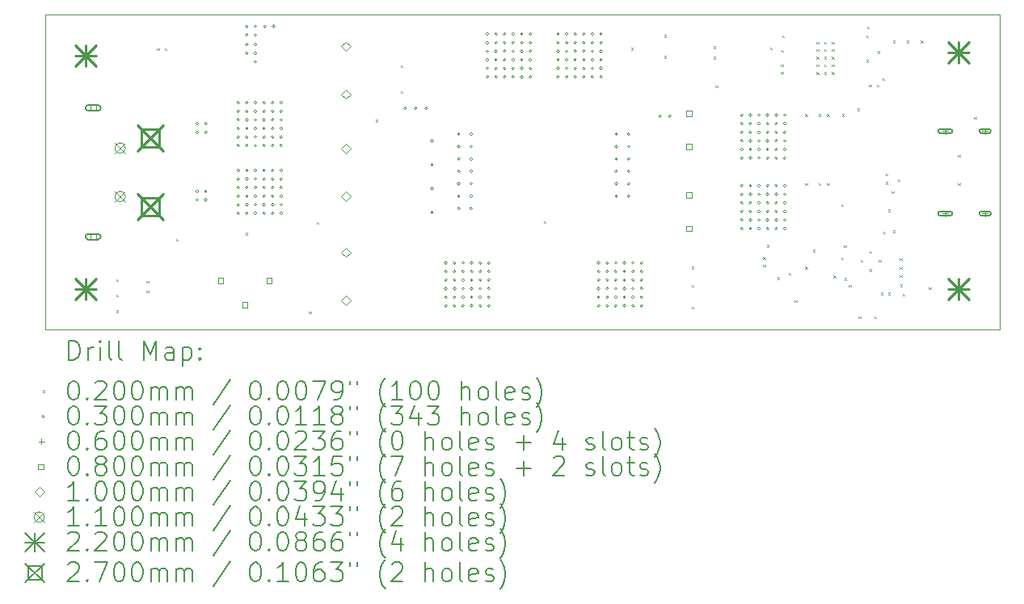
<source format=gbr>
%FSLAX45Y45*%
G04 Gerber Fmt 4.5, Leading zero omitted, Abs format (unit mm)*
G04 Created by KiCad (PCBNEW (5.99.0-10682-g4bb4606811)) date 2021-08-27 09:32:56*
%MOMM*%
%LPD*%
G01*
G04 APERTURE LIST*
%TA.AperFunction,Profile*%
%ADD10C,0.100000*%
%TD*%
%ADD11C,0.200000*%
%ADD12C,0.020000*%
%ADD13C,0.030000*%
%ADD14C,0.060000*%
%ADD15C,0.080000*%
%ADD16C,0.100000*%
%ADD17C,0.110000*%
%ADD18C,0.220000*%
%ADD19C,0.270000*%
G04 APERTURE END LIST*
D10*
X13025000Y-2950000D02*
X13025000Y-6250000D01*
X3025000Y-2950000D02*
X13025000Y-2950000D01*
X3025000Y-6250000D02*
X3025000Y-2950000D01*
X13025000Y-6250000D02*
X3025000Y-6250000D01*
D11*
D12*
X3770000Y-5722500D02*
X3790000Y-5742500D01*
X3790000Y-5722500D02*
X3770000Y-5742500D01*
X3772500Y-5882500D02*
X3792500Y-5902500D01*
X3792500Y-5882500D02*
X3772500Y-5902500D01*
X3772500Y-6047500D02*
X3792500Y-6067500D01*
X3792500Y-6047500D02*
X3772500Y-6067500D01*
X4089500Y-5739500D02*
X4109500Y-5759500D01*
X4109500Y-5739500D02*
X4089500Y-5759500D01*
X4089500Y-5840500D02*
X4109500Y-5860500D01*
X4109500Y-5840500D02*
X4089500Y-5860500D01*
X4200000Y-3300000D02*
X4220000Y-3320000D01*
X4220000Y-3300000D02*
X4200000Y-3320000D01*
X4280000Y-3300000D02*
X4300000Y-3320000D01*
X4300000Y-3300000D02*
X4280000Y-3320000D01*
X4400000Y-5300000D02*
X4420000Y-5320000D01*
X4420000Y-5300000D02*
X4400000Y-5320000D01*
X5125000Y-5235000D02*
X5145000Y-5255000D01*
X5145000Y-5235000D02*
X5125000Y-5255000D01*
X5790000Y-6060000D02*
X5810000Y-6080000D01*
X5810000Y-6060000D02*
X5790000Y-6080000D01*
X5870000Y-5120000D02*
X5890000Y-5140000D01*
X5890000Y-5120000D02*
X5870000Y-5140000D01*
X6490000Y-4050000D02*
X6510000Y-4070000D01*
X6510000Y-4050000D02*
X6490000Y-4070000D01*
X6750000Y-3480000D02*
X6770000Y-3500000D01*
X6770000Y-3480000D02*
X6750000Y-3500000D01*
X6750000Y-3750000D02*
X6770000Y-3770000D01*
X6770000Y-3750000D02*
X6750000Y-3770000D01*
X8250000Y-5110000D02*
X8270000Y-5130000D01*
X8270000Y-5110000D02*
X8250000Y-5130000D01*
X9165000Y-3295000D02*
X9185000Y-3315000D01*
X9185000Y-3295000D02*
X9165000Y-3315000D01*
X9510000Y-3160000D02*
X9530000Y-3180000D01*
X9530000Y-3160000D02*
X9510000Y-3180000D01*
X9510000Y-3380000D02*
X9530000Y-3400000D01*
X9530000Y-3380000D02*
X9510000Y-3400000D01*
X9800000Y-5590000D02*
X9820000Y-5610000D01*
X9820000Y-5590000D02*
X9800000Y-5610000D01*
X9800000Y-5780000D02*
X9820000Y-5800000D01*
X9820000Y-5780000D02*
X9800000Y-5800000D01*
X9800000Y-6010000D02*
X9820000Y-6030000D01*
X9820000Y-6010000D02*
X9800000Y-6030000D01*
X10030000Y-3277500D02*
X10050000Y-3297500D01*
X10050000Y-3277500D02*
X10030000Y-3297500D01*
X10030000Y-3390000D02*
X10050000Y-3410000D01*
X10050000Y-3390000D02*
X10030000Y-3410000D01*
X10050000Y-3690000D02*
X10070000Y-3710000D01*
X10070000Y-3690000D02*
X10050000Y-3710000D01*
X10550000Y-5490000D02*
X10570000Y-5510000D01*
X10570000Y-5490000D02*
X10550000Y-5510000D01*
X10550000Y-5570000D02*
X10570000Y-5590000D01*
X10570000Y-5570000D02*
X10550000Y-5590000D01*
X10590000Y-5360000D02*
X10610000Y-5380000D01*
X10610000Y-5360000D02*
X10590000Y-5380000D01*
X10620000Y-3290000D02*
X10640000Y-3310000D01*
X10640000Y-3290000D02*
X10620000Y-3310000D01*
X10700000Y-5700000D02*
X10720000Y-5720000D01*
X10720000Y-5700000D02*
X10700000Y-5720000D01*
X10735000Y-3470000D02*
X10755000Y-3490000D01*
X10755000Y-3470000D02*
X10735000Y-3490000D01*
X10735000Y-3545000D02*
X10755000Y-3565000D01*
X10755000Y-3545000D02*
X10735000Y-3565000D01*
X10741250Y-3316250D02*
X10761250Y-3336250D01*
X10761250Y-3316250D02*
X10741250Y-3336250D01*
X10750000Y-3162500D02*
X10770000Y-3182500D01*
X10770000Y-3162500D02*
X10750000Y-3182500D01*
X10815000Y-5653750D02*
X10835000Y-5673750D01*
X10835000Y-5653750D02*
X10815000Y-5673750D01*
X10880000Y-5940000D02*
X10900000Y-5960000D01*
X10900000Y-5940000D02*
X10880000Y-5960000D01*
X10990000Y-3990000D02*
X11010000Y-4010000D01*
X11010000Y-3990000D02*
X10990000Y-4010000D01*
X10990000Y-4715000D02*
X11010000Y-4735000D01*
X11010000Y-4715000D02*
X10990000Y-4735000D01*
X10990000Y-5590000D02*
X11010000Y-5610000D01*
X11010000Y-5590000D02*
X10990000Y-5610000D01*
X11070000Y-5412500D02*
X11090000Y-5432500D01*
X11090000Y-5412500D02*
X11070000Y-5432500D01*
X11110000Y-3230000D02*
X11130000Y-3250000D01*
X11130000Y-3230000D02*
X11110000Y-3250000D01*
X11110000Y-3310000D02*
X11130000Y-3330000D01*
X11130000Y-3310000D02*
X11110000Y-3330000D01*
X11110000Y-3390000D02*
X11130000Y-3410000D01*
X11130000Y-3390000D02*
X11110000Y-3410000D01*
X11110000Y-3470000D02*
X11130000Y-3490000D01*
X11130000Y-3470000D02*
X11110000Y-3490000D01*
X11110000Y-3550000D02*
X11130000Y-3570000D01*
X11130000Y-3550000D02*
X11110000Y-3570000D01*
X11130000Y-3990000D02*
X11150000Y-4010000D01*
X11150000Y-3990000D02*
X11130000Y-4010000D01*
X11130000Y-4715000D02*
X11150000Y-4735000D01*
X11150000Y-4715000D02*
X11130000Y-4735000D01*
X11190000Y-3230000D02*
X11210000Y-3250000D01*
X11210000Y-3230000D02*
X11190000Y-3250000D01*
X11190000Y-3310000D02*
X11210000Y-3330000D01*
X11210000Y-3310000D02*
X11190000Y-3330000D01*
X11190000Y-3390000D02*
X11210000Y-3410000D01*
X11210000Y-3390000D02*
X11190000Y-3410000D01*
X11190000Y-3470000D02*
X11210000Y-3490000D01*
X11210000Y-3470000D02*
X11190000Y-3490000D01*
X11190000Y-3550000D02*
X11210000Y-3570000D01*
X11210000Y-3550000D02*
X11190000Y-3570000D01*
X11220000Y-3990000D02*
X11240000Y-4010000D01*
X11240000Y-3990000D02*
X11220000Y-4010000D01*
X11220000Y-4715000D02*
X11240000Y-4735000D01*
X11240000Y-4715000D02*
X11220000Y-4735000D01*
X11270000Y-3230000D02*
X11290000Y-3250000D01*
X11290000Y-3230000D02*
X11270000Y-3250000D01*
X11270000Y-3310000D02*
X11290000Y-3330000D01*
X11290000Y-3310000D02*
X11270000Y-3330000D01*
X11270000Y-3390000D02*
X11290000Y-3410000D01*
X11290000Y-3390000D02*
X11270000Y-3410000D01*
X11270000Y-3470000D02*
X11290000Y-3490000D01*
X11290000Y-3470000D02*
X11270000Y-3490000D01*
X11270000Y-3550000D02*
X11290000Y-3570000D01*
X11290000Y-3550000D02*
X11270000Y-3570000D01*
X11285000Y-5682500D02*
X11305000Y-5702500D01*
X11305000Y-5682500D02*
X11285000Y-5702500D01*
X11365000Y-5495000D02*
X11385000Y-5515000D01*
X11385000Y-5495000D02*
X11365000Y-5515000D01*
X11367500Y-4932500D02*
X11387500Y-4952500D01*
X11387500Y-4932500D02*
X11367500Y-4952500D01*
X11375000Y-3990000D02*
X11395000Y-4010000D01*
X11395000Y-3990000D02*
X11375000Y-4010000D01*
X11395000Y-5365000D02*
X11415000Y-5385000D01*
X11415000Y-5365000D02*
X11395000Y-5385000D01*
X11400000Y-5710000D02*
X11420000Y-5730000D01*
X11420000Y-5710000D02*
X11400000Y-5730000D01*
X11447500Y-5780000D02*
X11467500Y-5800000D01*
X11467500Y-5780000D02*
X11447500Y-5800000D01*
X11535000Y-3930000D02*
X11555000Y-3950000D01*
X11555000Y-3930000D02*
X11535000Y-3950000D01*
X11547500Y-6110000D02*
X11567500Y-6130000D01*
X11567500Y-6110000D02*
X11547500Y-6130000D01*
X11570000Y-5520000D02*
X11590000Y-5540000D01*
X11590000Y-5520000D02*
X11570000Y-5540000D01*
X11627500Y-3162500D02*
X11647500Y-3182500D01*
X11647500Y-3162500D02*
X11627500Y-3182500D01*
X11630000Y-3422500D02*
X11650000Y-3442500D01*
X11650000Y-3422500D02*
X11630000Y-3442500D01*
X11640000Y-3070000D02*
X11660000Y-3090000D01*
X11660000Y-3070000D02*
X11640000Y-3090000D01*
X11660000Y-3680000D02*
X11680000Y-3700000D01*
X11680000Y-3680000D02*
X11660000Y-3700000D01*
X11665000Y-5425000D02*
X11685000Y-5445000D01*
X11685000Y-5425000D02*
X11665000Y-5445000D01*
X11665000Y-5615000D02*
X11685000Y-5635000D01*
X11685000Y-5615000D02*
X11665000Y-5635000D01*
X11712500Y-6110000D02*
X11732500Y-6130000D01*
X11732500Y-6110000D02*
X11712500Y-6130000D01*
X11740000Y-3680000D02*
X11760000Y-3700000D01*
X11760000Y-3680000D02*
X11740000Y-3700000D01*
X11750000Y-3330000D02*
X11770000Y-3350000D01*
X11770000Y-3330000D02*
X11750000Y-3350000D01*
X11760000Y-5520000D02*
X11780000Y-5540000D01*
X11780000Y-5520000D02*
X11760000Y-5540000D01*
X11780000Y-5860000D02*
X11800000Y-5880000D01*
X11800000Y-5860000D02*
X11780000Y-5880000D01*
X11800000Y-3615000D02*
X11820000Y-3635000D01*
X11820000Y-3615000D02*
X11800000Y-3635000D01*
X11805000Y-5220000D02*
X11825000Y-5240000D01*
X11825000Y-5220000D02*
X11805000Y-5240000D01*
X11830000Y-4610000D02*
X11850000Y-4630000D01*
X11850000Y-4610000D02*
X11830000Y-4630000D01*
X11830000Y-4700000D02*
X11850000Y-4720000D01*
X11850000Y-4700000D02*
X11830000Y-4720000D01*
X11860000Y-4990000D02*
X11880000Y-5010000D01*
X11880000Y-4990000D02*
X11860000Y-5010000D01*
X11860000Y-5860000D02*
X11880000Y-5880000D01*
X11880000Y-5860000D02*
X11860000Y-5880000D01*
X11895000Y-4800000D02*
X11915000Y-4820000D01*
X11915000Y-4800000D02*
X11895000Y-4820000D01*
X11910000Y-3220000D02*
X11930000Y-3240000D01*
X11930000Y-3220000D02*
X11910000Y-3240000D01*
X11910000Y-5210000D02*
X11930000Y-5230000D01*
X11930000Y-5210000D02*
X11910000Y-5230000D01*
X11960000Y-4672500D02*
X11980000Y-4692500D01*
X11980000Y-4672500D02*
X11960000Y-4692500D01*
X11980000Y-5500000D02*
X12000000Y-5520000D01*
X12000000Y-5500000D02*
X11980000Y-5520000D01*
X11980000Y-5595000D02*
X12000000Y-5615000D01*
X12000000Y-5595000D02*
X11980000Y-5615000D01*
X11980000Y-5680000D02*
X12000000Y-5700000D01*
X12000000Y-5680000D02*
X11980000Y-5700000D01*
X11985000Y-5775000D02*
X12005000Y-5795000D01*
X12005000Y-5775000D02*
X11985000Y-5795000D01*
X12010000Y-5875000D02*
X12030000Y-5895000D01*
X12030000Y-5875000D02*
X12010000Y-5895000D01*
X12050000Y-3220000D02*
X12070000Y-3240000D01*
X12070000Y-3220000D02*
X12050000Y-3240000D01*
X12200000Y-3220000D02*
X12220000Y-3240000D01*
X12220000Y-3220000D02*
X12200000Y-3240000D01*
X12284500Y-5805500D02*
X12304500Y-5825500D01*
X12304500Y-5805500D02*
X12284500Y-5825500D01*
X12590000Y-4415000D02*
X12610000Y-4435000D01*
X12610000Y-4415000D02*
X12590000Y-4435000D01*
X12590000Y-4715000D02*
X12610000Y-4735000D01*
X12610000Y-4715000D02*
X12590000Y-4735000D01*
X12760000Y-4020000D02*
X12780000Y-4040000D01*
X12780000Y-4020000D02*
X12760000Y-4040000D01*
D13*
X4635000Y-4090000D02*
G75*
G03*
X4635000Y-4090000I-15000J0D01*
G01*
X4635000Y-4180000D02*
G75*
G03*
X4635000Y-4180000I-15000J0D01*
G01*
X4635000Y-4800000D02*
G75*
G03*
X4635000Y-4800000I-15000J0D01*
G01*
X4635000Y-4890000D02*
G75*
G03*
X4635000Y-4890000I-15000J0D01*
G01*
X4725000Y-4090000D02*
G75*
G03*
X4725000Y-4090000I-15000J0D01*
G01*
X4725000Y-4180000D02*
G75*
G03*
X4725000Y-4180000I-15000J0D01*
G01*
X4725000Y-4800000D02*
G75*
G03*
X4725000Y-4800000I-15000J0D01*
G01*
X4725000Y-4890000D02*
G75*
G03*
X4725000Y-4890000I-15000J0D01*
G01*
X5065000Y-3870000D02*
G75*
G03*
X5065000Y-3870000I-15000J0D01*
G01*
X5065000Y-3960000D02*
G75*
G03*
X5065000Y-3960000I-15000J0D01*
G01*
X5065000Y-4050000D02*
G75*
G03*
X5065000Y-4050000I-15000J0D01*
G01*
X5065000Y-4140000D02*
G75*
G03*
X5065000Y-4140000I-15000J0D01*
G01*
X5065000Y-4230000D02*
G75*
G03*
X5065000Y-4230000I-15000J0D01*
G01*
X5065000Y-4320000D02*
G75*
G03*
X5065000Y-4320000I-15000J0D01*
G01*
X5065000Y-4580000D02*
G75*
G03*
X5065000Y-4580000I-15000J0D01*
G01*
X5065000Y-4670000D02*
G75*
G03*
X5065000Y-4670000I-15000J0D01*
G01*
X5065000Y-4760000D02*
G75*
G03*
X5065000Y-4760000I-15000J0D01*
G01*
X5065000Y-4850000D02*
G75*
G03*
X5065000Y-4850000I-15000J0D01*
G01*
X5065000Y-4940000D02*
G75*
G03*
X5065000Y-4940000I-15000J0D01*
G01*
X5065000Y-5030000D02*
G75*
G03*
X5065000Y-5030000I-15000J0D01*
G01*
X5155000Y-3070000D02*
G75*
G03*
X5155000Y-3070000I-15000J0D01*
G01*
X5155000Y-3160000D02*
G75*
G03*
X5155000Y-3160000I-15000J0D01*
G01*
X5155000Y-3260000D02*
G75*
G03*
X5155000Y-3260000I-15000J0D01*
G01*
X5155000Y-3350000D02*
G75*
G03*
X5155000Y-3350000I-15000J0D01*
G01*
X5155000Y-3870000D02*
G75*
G03*
X5155000Y-3870000I-15000J0D01*
G01*
X5155000Y-3960000D02*
G75*
G03*
X5155000Y-3960000I-15000J0D01*
G01*
X5155000Y-4050000D02*
G75*
G03*
X5155000Y-4050000I-15000J0D01*
G01*
X5155000Y-4140000D02*
G75*
G03*
X5155000Y-4140000I-15000J0D01*
G01*
X5155000Y-4230000D02*
G75*
G03*
X5155000Y-4230000I-15000J0D01*
G01*
X5155000Y-4320000D02*
G75*
G03*
X5155000Y-4320000I-15000J0D01*
G01*
X5155000Y-4580000D02*
G75*
G03*
X5155000Y-4580000I-15000J0D01*
G01*
X5155000Y-4670000D02*
G75*
G03*
X5155000Y-4670000I-15000J0D01*
G01*
X5155000Y-4760000D02*
G75*
G03*
X5155000Y-4760000I-15000J0D01*
G01*
X5155000Y-4850000D02*
G75*
G03*
X5155000Y-4850000I-15000J0D01*
G01*
X5155000Y-4940000D02*
G75*
G03*
X5155000Y-4940000I-15000J0D01*
G01*
X5155000Y-5030000D02*
G75*
G03*
X5155000Y-5030000I-15000J0D01*
G01*
X5245000Y-3070000D02*
G75*
G03*
X5245000Y-3070000I-15000J0D01*
G01*
X5245000Y-3160000D02*
G75*
G03*
X5245000Y-3160000I-15000J0D01*
G01*
X5245000Y-3260000D02*
G75*
G03*
X5245000Y-3260000I-15000J0D01*
G01*
X5245000Y-3350000D02*
G75*
G03*
X5245000Y-3350000I-15000J0D01*
G01*
X5245000Y-3440000D02*
G75*
G03*
X5245000Y-3440000I-15000J0D01*
G01*
X5245000Y-3870000D02*
G75*
G03*
X5245000Y-3870000I-15000J0D01*
G01*
X5245000Y-3960000D02*
G75*
G03*
X5245000Y-3960000I-15000J0D01*
G01*
X5245000Y-4050000D02*
G75*
G03*
X5245000Y-4050000I-15000J0D01*
G01*
X5245000Y-4140000D02*
G75*
G03*
X5245000Y-4140000I-15000J0D01*
G01*
X5245000Y-4230000D02*
G75*
G03*
X5245000Y-4230000I-15000J0D01*
G01*
X5245000Y-4320000D02*
G75*
G03*
X5245000Y-4320000I-15000J0D01*
G01*
X5245000Y-4580000D02*
G75*
G03*
X5245000Y-4580000I-15000J0D01*
G01*
X5245000Y-4670000D02*
G75*
G03*
X5245000Y-4670000I-15000J0D01*
G01*
X5245000Y-4760000D02*
G75*
G03*
X5245000Y-4760000I-15000J0D01*
G01*
X5245000Y-4850000D02*
G75*
G03*
X5245000Y-4850000I-15000J0D01*
G01*
X5245000Y-4940000D02*
G75*
G03*
X5245000Y-4940000I-15000J0D01*
G01*
X5245000Y-5030000D02*
G75*
G03*
X5245000Y-5030000I-15000J0D01*
G01*
X5335000Y-3870000D02*
G75*
G03*
X5335000Y-3870000I-15000J0D01*
G01*
X5335000Y-3960000D02*
G75*
G03*
X5335000Y-3960000I-15000J0D01*
G01*
X5335000Y-4050000D02*
G75*
G03*
X5335000Y-4050000I-15000J0D01*
G01*
X5335000Y-4140000D02*
G75*
G03*
X5335000Y-4140000I-15000J0D01*
G01*
X5335000Y-4230000D02*
G75*
G03*
X5335000Y-4230000I-15000J0D01*
G01*
X5335000Y-4320000D02*
G75*
G03*
X5335000Y-4320000I-15000J0D01*
G01*
X5335000Y-4580000D02*
G75*
G03*
X5335000Y-4580000I-15000J0D01*
G01*
X5335000Y-4670000D02*
G75*
G03*
X5335000Y-4670000I-15000J0D01*
G01*
X5335000Y-4760000D02*
G75*
G03*
X5335000Y-4760000I-15000J0D01*
G01*
X5335000Y-4850000D02*
G75*
G03*
X5335000Y-4850000I-15000J0D01*
G01*
X5335000Y-4940000D02*
G75*
G03*
X5335000Y-4940000I-15000J0D01*
G01*
X5335000Y-5030000D02*
G75*
G03*
X5335000Y-5030000I-15000J0D01*
G01*
X5345000Y-3070000D02*
G75*
G03*
X5345000Y-3070000I-15000J0D01*
G01*
X5425000Y-3870000D02*
G75*
G03*
X5425000Y-3870000I-15000J0D01*
G01*
X5425000Y-3960000D02*
G75*
G03*
X5425000Y-3960000I-15000J0D01*
G01*
X5425000Y-4050000D02*
G75*
G03*
X5425000Y-4050000I-15000J0D01*
G01*
X5425000Y-4140000D02*
G75*
G03*
X5425000Y-4140000I-15000J0D01*
G01*
X5425000Y-4230000D02*
G75*
G03*
X5425000Y-4230000I-15000J0D01*
G01*
X5425000Y-4320000D02*
G75*
G03*
X5425000Y-4320000I-15000J0D01*
G01*
X5425000Y-4580000D02*
G75*
G03*
X5425000Y-4580000I-15000J0D01*
G01*
X5425000Y-4670000D02*
G75*
G03*
X5425000Y-4670000I-15000J0D01*
G01*
X5425000Y-4760000D02*
G75*
G03*
X5425000Y-4760000I-15000J0D01*
G01*
X5425000Y-4850000D02*
G75*
G03*
X5425000Y-4850000I-15000J0D01*
G01*
X5425000Y-4940000D02*
G75*
G03*
X5425000Y-4940000I-15000J0D01*
G01*
X5425000Y-5030000D02*
G75*
G03*
X5425000Y-5030000I-15000J0D01*
G01*
X5435000Y-3070000D02*
G75*
G03*
X5435000Y-3070000I-15000J0D01*
G01*
X5515000Y-3870000D02*
G75*
G03*
X5515000Y-3870000I-15000J0D01*
G01*
X5515000Y-3960000D02*
G75*
G03*
X5515000Y-3960000I-15000J0D01*
G01*
X5515000Y-4050000D02*
G75*
G03*
X5515000Y-4050000I-15000J0D01*
G01*
X5515000Y-4140000D02*
G75*
G03*
X5515000Y-4140000I-15000J0D01*
G01*
X5515000Y-4230000D02*
G75*
G03*
X5515000Y-4230000I-15000J0D01*
G01*
X5515000Y-4320000D02*
G75*
G03*
X5515000Y-4320000I-15000J0D01*
G01*
X5515000Y-4580000D02*
G75*
G03*
X5515000Y-4580000I-15000J0D01*
G01*
X5515000Y-4670000D02*
G75*
G03*
X5515000Y-4670000I-15000J0D01*
G01*
X5515000Y-4760000D02*
G75*
G03*
X5515000Y-4760000I-15000J0D01*
G01*
X5515000Y-4850000D02*
G75*
G03*
X5515000Y-4850000I-15000J0D01*
G01*
X5515000Y-4940000D02*
G75*
G03*
X5515000Y-4940000I-15000J0D01*
G01*
X5515000Y-5030000D02*
G75*
G03*
X5515000Y-5030000I-15000J0D01*
G01*
X6815000Y-3930000D02*
G75*
G03*
X6815000Y-3930000I-15000J0D01*
G01*
X6925000Y-3930000D02*
G75*
G03*
X6925000Y-3930000I-15000J0D01*
G01*
X7035000Y-3930000D02*
G75*
G03*
X7035000Y-3930000I-15000J0D01*
G01*
X7035000Y-3930000D02*
G75*
G03*
X7035000Y-3930000I-15000J0D01*
G01*
X7095000Y-4270000D02*
G75*
G03*
X7095000Y-4270000I-15000J0D01*
G01*
X7095000Y-4520000D02*
G75*
G03*
X7095000Y-4520000I-15000J0D01*
G01*
X7095000Y-4770000D02*
G75*
G03*
X7095000Y-4770000I-15000J0D01*
G01*
X7095000Y-5020000D02*
G75*
G03*
X7095000Y-5020000I-15000J0D01*
G01*
X7240000Y-5550000D02*
G75*
G03*
X7240000Y-5550000I-15000J0D01*
G01*
X7240000Y-5640000D02*
G75*
G03*
X7240000Y-5640000I-15000J0D01*
G01*
X7240000Y-5730000D02*
G75*
G03*
X7240000Y-5730000I-15000J0D01*
G01*
X7240000Y-5820000D02*
G75*
G03*
X7240000Y-5820000I-15000J0D01*
G01*
X7240000Y-5910000D02*
G75*
G03*
X7240000Y-5910000I-15000J0D01*
G01*
X7240000Y-6000000D02*
G75*
G03*
X7240000Y-6000000I-15000J0D01*
G01*
X7330000Y-5550000D02*
G75*
G03*
X7330000Y-5550000I-15000J0D01*
G01*
X7330000Y-5640000D02*
G75*
G03*
X7330000Y-5640000I-15000J0D01*
G01*
X7330000Y-5730000D02*
G75*
G03*
X7330000Y-5730000I-15000J0D01*
G01*
X7330000Y-5820000D02*
G75*
G03*
X7330000Y-5820000I-15000J0D01*
G01*
X7330000Y-5910000D02*
G75*
G03*
X7330000Y-5910000I-15000J0D01*
G01*
X7330000Y-6000000D02*
G75*
G03*
X7330000Y-6000000I-15000J0D01*
G01*
X7375000Y-4200000D02*
G75*
G03*
X7375000Y-4200000I-15000J0D01*
G01*
X7375000Y-4330000D02*
G75*
G03*
X7375000Y-4330000I-15000J0D01*
G01*
X7375000Y-4460000D02*
G75*
G03*
X7375000Y-4460000I-15000J0D01*
G01*
X7375000Y-4590000D02*
G75*
G03*
X7375000Y-4590000I-15000J0D01*
G01*
X7375000Y-4720000D02*
G75*
G03*
X7375000Y-4720000I-15000J0D01*
G01*
X7375000Y-4850000D02*
G75*
G03*
X7375000Y-4850000I-15000J0D01*
G01*
X7375000Y-4980000D02*
G75*
G03*
X7375000Y-4980000I-15000J0D01*
G01*
X7420000Y-5550000D02*
G75*
G03*
X7420000Y-5550000I-15000J0D01*
G01*
X7420000Y-5640000D02*
G75*
G03*
X7420000Y-5640000I-15000J0D01*
G01*
X7420000Y-5730000D02*
G75*
G03*
X7420000Y-5730000I-15000J0D01*
G01*
X7420000Y-5820000D02*
G75*
G03*
X7420000Y-5820000I-15000J0D01*
G01*
X7420000Y-5910000D02*
G75*
G03*
X7420000Y-5910000I-15000J0D01*
G01*
X7420000Y-6000000D02*
G75*
G03*
X7420000Y-6000000I-15000J0D01*
G01*
X7505000Y-4200000D02*
G75*
G03*
X7505000Y-4200000I-15000J0D01*
G01*
X7505000Y-4330000D02*
G75*
G03*
X7505000Y-4330000I-15000J0D01*
G01*
X7505000Y-4460000D02*
G75*
G03*
X7505000Y-4460000I-15000J0D01*
G01*
X7505000Y-4590000D02*
G75*
G03*
X7505000Y-4590000I-15000J0D01*
G01*
X7505000Y-4720000D02*
G75*
G03*
X7505000Y-4720000I-15000J0D01*
G01*
X7505000Y-4850000D02*
G75*
G03*
X7505000Y-4850000I-15000J0D01*
G01*
X7505000Y-4980000D02*
G75*
G03*
X7505000Y-4980000I-15000J0D01*
G01*
X7510000Y-5550000D02*
G75*
G03*
X7510000Y-5550000I-15000J0D01*
G01*
X7510000Y-5640000D02*
G75*
G03*
X7510000Y-5640000I-15000J0D01*
G01*
X7510000Y-5730000D02*
G75*
G03*
X7510000Y-5730000I-15000J0D01*
G01*
X7510000Y-5820000D02*
G75*
G03*
X7510000Y-5820000I-15000J0D01*
G01*
X7510000Y-5910000D02*
G75*
G03*
X7510000Y-5910000I-15000J0D01*
G01*
X7510000Y-6000000D02*
G75*
G03*
X7510000Y-6000000I-15000J0D01*
G01*
X7600000Y-5550000D02*
G75*
G03*
X7600000Y-5550000I-15000J0D01*
G01*
X7600000Y-5640000D02*
G75*
G03*
X7600000Y-5640000I-15000J0D01*
G01*
X7600000Y-5730000D02*
G75*
G03*
X7600000Y-5730000I-15000J0D01*
G01*
X7600000Y-5820000D02*
G75*
G03*
X7600000Y-5820000I-15000J0D01*
G01*
X7600000Y-5910000D02*
G75*
G03*
X7600000Y-5910000I-15000J0D01*
G01*
X7600000Y-6000000D02*
G75*
G03*
X7600000Y-6000000I-15000J0D01*
G01*
X7675000Y-3150000D02*
G75*
G03*
X7675000Y-3150000I-15000J0D01*
G01*
X7675000Y-3240000D02*
G75*
G03*
X7675000Y-3240000I-15000J0D01*
G01*
X7675000Y-3330000D02*
G75*
G03*
X7675000Y-3330000I-15000J0D01*
G01*
X7675000Y-3420000D02*
G75*
G03*
X7675000Y-3420000I-15000J0D01*
G01*
X7675000Y-3510000D02*
G75*
G03*
X7675000Y-3510000I-15000J0D01*
G01*
X7675000Y-3600000D02*
G75*
G03*
X7675000Y-3600000I-15000J0D01*
G01*
X7690000Y-5550000D02*
G75*
G03*
X7690000Y-5550000I-15000J0D01*
G01*
X7690000Y-5640000D02*
G75*
G03*
X7690000Y-5640000I-15000J0D01*
G01*
X7690000Y-5730000D02*
G75*
G03*
X7690000Y-5730000I-15000J0D01*
G01*
X7690000Y-5820000D02*
G75*
G03*
X7690000Y-5820000I-15000J0D01*
G01*
X7690000Y-5910000D02*
G75*
G03*
X7690000Y-5910000I-15000J0D01*
G01*
X7690000Y-6000000D02*
G75*
G03*
X7690000Y-6000000I-15000J0D01*
G01*
X7765000Y-3150000D02*
G75*
G03*
X7765000Y-3150000I-15000J0D01*
G01*
X7765000Y-3240000D02*
G75*
G03*
X7765000Y-3240000I-15000J0D01*
G01*
X7765000Y-3330000D02*
G75*
G03*
X7765000Y-3330000I-15000J0D01*
G01*
X7765000Y-3420000D02*
G75*
G03*
X7765000Y-3420000I-15000J0D01*
G01*
X7765000Y-3510000D02*
G75*
G03*
X7765000Y-3510000I-15000J0D01*
G01*
X7765000Y-3600000D02*
G75*
G03*
X7765000Y-3600000I-15000J0D01*
G01*
X7855000Y-3150000D02*
G75*
G03*
X7855000Y-3150000I-15000J0D01*
G01*
X7855000Y-3240000D02*
G75*
G03*
X7855000Y-3240000I-15000J0D01*
G01*
X7855000Y-3330000D02*
G75*
G03*
X7855000Y-3330000I-15000J0D01*
G01*
X7855000Y-3420000D02*
G75*
G03*
X7855000Y-3420000I-15000J0D01*
G01*
X7855000Y-3510000D02*
G75*
G03*
X7855000Y-3510000I-15000J0D01*
G01*
X7855000Y-3600000D02*
G75*
G03*
X7855000Y-3600000I-15000J0D01*
G01*
X7945000Y-3150000D02*
G75*
G03*
X7945000Y-3150000I-15000J0D01*
G01*
X7945000Y-3240000D02*
G75*
G03*
X7945000Y-3240000I-15000J0D01*
G01*
X7945000Y-3330000D02*
G75*
G03*
X7945000Y-3330000I-15000J0D01*
G01*
X7945000Y-3420000D02*
G75*
G03*
X7945000Y-3420000I-15000J0D01*
G01*
X7945000Y-3510000D02*
G75*
G03*
X7945000Y-3510000I-15000J0D01*
G01*
X7945000Y-3600000D02*
G75*
G03*
X7945000Y-3600000I-15000J0D01*
G01*
X8035000Y-3150000D02*
G75*
G03*
X8035000Y-3150000I-15000J0D01*
G01*
X8035000Y-3240000D02*
G75*
G03*
X8035000Y-3240000I-15000J0D01*
G01*
X8035000Y-3330000D02*
G75*
G03*
X8035000Y-3330000I-15000J0D01*
G01*
X8035000Y-3420000D02*
G75*
G03*
X8035000Y-3420000I-15000J0D01*
G01*
X8035000Y-3510000D02*
G75*
G03*
X8035000Y-3510000I-15000J0D01*
G01*
X8035000Y-3600000D02*
G75*
G03*
X8035000Y-3600000I-15000J0D01*
G01*
X8125000Y-3150000D02*
G75*
G03*
X8125000Y-3150000I-15000J0D01*
G01*
X8125000Y-3240000D02*
G75*
G03*
X8125000Y-3240000I-15000J0D01*
G01*
X8125000Y-3330000D02*
G75*
G03*
X8125000Y-3330000I-15000J0D01*
G01*
X8125000Y-3420000D02*
G75*
G03*
X8125000Y-3420000I-15000J0D01*
G01*
X8125000Y-3510000D02*
G75*
G03*
X8125000Y-3510000I-15000J0D01*
G01*
X8125000Y-3600000D02*
G75*
G03*
X8125000Y-3600000I-15000J0D01*
G01*
X8415000Y-3150000D02*
G75*
G03*
X8415000Y-3150000I-15000J0D01*
G01*
X8415000Y-3240000D02*
G75*
G03*
X8415000Y-3240000I-15000J0D01*
G01*
X8415000Y-3330000D02*
G75*
G03*
X8415000Y-3330000I-15000J0D01*
G01*
X8415000Y-3420000D02*
G75*
G03*
X8415000Y-3420000I-15000J0D01*
G01*
X8415000Y-3510000D02*
G75*
G03*
X8415000Y-3510000I-15000J0D01*
G01*
X8415000Y-3600000D02*
G75*
G03*
X8415000Y-3600000I-15000J0D01*
G01*
X8505000Y-3150000D02*
G75*
G03*
X8505000Y-3150000I-15000J0D01*
G01*
X8505000Y-3240000D02*
G75*
G03*
X8505000Y-3240000I-15000J0D01*
G01*
X8505000Y-3330000D02*
G75*
G03*
X8505000Y-3330000I-15000J0D01*
G01*
X8505000Y-3420000D02*
G75*
G03*
X8505000Y-3420000I-15000J0D01*
G01*
X8505000Y-3510000D02*
G75*
G03*
X8505000Y-3510000I-15000J0D01*
G01*
X8505000Y-3600000D02*
G75*
G03*
X8505000Y-3600000I-15000J0D01*
G01*
X8595000Y-3150000D02*
G75*
G03*
X8595000Y-3150000I-15000J0D01*
G01*
X8595000Y-3240000D02*
G75*
G03*
X8595000Y-3240000I-15000J0D01*
G01*
X8595000Y-3330000D02*
G75*
G03*
X8595000Y-3330000I-15000J0D01*
G01*
X8595000Y-3420000D02*
G75*
G03*
X8595000Y-3420000I-15000J0D01*
G01*
X8595000Y-3510000D02*
G75*
G03*
X8595000Y-3510000I-15000J0D01*
G01*
X8595000Y-3600000D02*
G75*
G03*
X8595000Y-3600000I-15000J0D01*
G01*
X8685000Y-3150000D02*
G75*
G03*
X8685000Y-3150000I-15000J0D01*
G01*
X8685000Y-3240000D02*
G75*
G03*
X8685000Y-3240000I-15000J0D01*
G01*
X8685000Y-3330000D02*
G75*
G03*
X8685000Y-3330000I-15000J0D01*
G01*
X8685000Y-3420000D02*
G75*
G03*
X8685000Y-3420000I-15000J0D01*
G01*
X8685000Y-3510000D02*
G75*
G03*
X8685000Y-3510000I-15000J0D01*
G01*
X8685000Y-3600000D02*
G75*
G03*
X8685000Y-3600000I-15000J0D01*
G01*
X8775000Y-3150000D02*
G75*
G03*
X8775000Y-3150000I-15000J0D01*
G01*
X8775000Y-3240000D02*
G75*
G03*
X8775000Y-3240000I-15000J0D01*
G01*
X8775000Y-3330000D02*
G75*
G03*
X8775000Y-3330000I-15000J0D01*
G01*
X8775000Y-3420000D02*
G75*
G03*
X8775000Y-3420000I-15000J0D01*
G01*
X8775000Y-3510000D02*
G75*
G03*
X8775000Y-3510000I-15000J0D01*
G01*
X8775000Y-3600000D02*
G75*
G03*
X8775000Y-3600000I-15000J0D01*
G01*
X8840000Y-5550000D02*
G75*
G03*
X8840000Y-5550000I-15000J0D01*
G01*
X8840000Y-5640000D02*
G75*
G03*
X8840000Y-5640000I-15000J0D01*
G01*
X8840000Y-5730000D02*
G75*
G03*
X8840000Y-5730000I-15000J0D01*
G01*
X8840000Y-5820000D02*
G75*
G03*
X8840000Y-5820000I-15000J0D01*
G01*
X8840000Y-5910000D02*
G75*
G03*
X8840000Y-5910000I-15000J0D01*
G01*
X8840000Y-6000000D02*
G75*
G03*
X8840000Y-6000000I-15000J0D01*
G01*
X8865000Y-3150000D02*
G75*
G03*
X8865000Y-3150000I-15000J0D01*
G01*
X8865000Y-3240000D02*
G75*
G03*
X8865000Y-3240000I-15000J0D01*
G01*
X8865000Y-3330000D02*
G75*
G03*
X8865000Y-3330000I-15000J0D01*
G01*
X8865000Y-3420000D02*
G75*
G03*
X8865000Y-3420000I-15000J0D01*
G01*
X8865000Y-3510000D02*
G75*
G03*
X8865000Y-3510000I-15000J0D01*
G01*
X8865000Y-3600000D02*
G75*
G03*
X8865000Y-3600000I-15000J0D01*
G01*
X8930000Y-5550000D02*
G75*
G03*
X8930000Y-5550000I-15000J0D01*
G01*
X8930000Y-5640000D02*
G75*
G03*
X8930000Y-5640000I-15000J0D01*
G01*
X8930000Y-5730000D02*
G75*
G03*
X8930000Y-5730000I-15000J0D01*
G01*
X8930000Y-5820000D02*
G75*
G03*
X8930000Y-5820000I-15000J0D01*
G01*
X8930000Y-5910000D02*
G75*
G03*
X8930000Y-5910000I-15000J0D01*
G01*
X8930000Y-6000000D02*
G75*
G03*
X8930000Y-6000000I-15000J0D01*
G01*
X9020000Y-5550000D02*
G75*
G03*
X9020000Y-5550000I-15000J0D01*
G01*
X9020000Y-5640000D02*
G75*
G03*
X9020000Y-5640000I-15000J0D01*
G01*
X9020000Y-5730000D02*
G75*
G03*
X9020000Y-5730000I-15000J0D01*
G01*
X9020000Y-5820000D02*
G75*
G03*
X9020000Y-5820000I-15000J0D01*
G01*
X9020000Y-5910000D02*
G75*
G03*
X9020000Y-5910000I-15000J0D01*
G01*
X9020000Y-6000000D02*
G75*
G03*
X9020000Y-6000000I-15000J0D01*
G01*
X9025000Y-4200000D02*
G75*
G03*
X9025000Y-4200000I-15000J0D01*
G01*
X9025000Y-4330000D02*
G75*
G03*
X9025000Y-4330000I-15000J0D01*
G01*
X9025000Y-4460000D02*
G75*
G03*
X9025000Y-4460000I-15000J0D01*
G01*
X9025000Y-4590000D02*
G75*
G03*
X9025000Y-4590000I-15000J0D01*
G01*
X9025000Y-4720000D02*
G75*
G03*
X9025000Y-4720000I-15000J0D01*
G01*
X9025000Y-4850000D02*
G75*
G03*
X9025000Y-4850000I-15000J0D01*
G01*
X9110000Y-5550000D02*
G75*
G03*
X9110000Y-5550000I-15000J0D01*
G01*
X9110000Y-5640000D02*
G75*
G03*
X9110000Y-5640000I-15000J0D01*
G01*
X9110000Y-5730000D02*
G75*
G03*
X9110000Y-5730000I-15000J0D01*
G01*
X9110000Y-5820000D02*
G75*
G03*
X9110000Y-5820000I-15000J0D01*
G01*
X9110000Y-5910000D02*
G75*
G03*
X9110000Y-5910000I-15000J0D01*
G01*
X9110000Y-6000000D02*
G75*
G03*
X9110000Y-6000000I-15000J0D01*
G01*
X9155000Y-4200000D02*
G75*
G03*
X9155000Y-4200000I-15000J0D01*
G01*
X9155000Y-4330000D02*
G75*
G03*
X9155000Y-4330000I-15000J0D01*
G01*
X9155000Y-4460000D02*
G75*
G03*
X9155000Y-4460000I-15000J0D01*
G01*
X9155000Y-4590000D02*
G75*
G03*
X9155000Y-4590000I-15000J0D01*
G01*
X9155000Y-4720000D02*
G75*
G03*
X9155000Y-4720000I-15000J0D01*
G01*
X9155000Y-4850000D02*
G75*
G03*
X9155000Y-4850000I-15000J0D01*
G01*
X9200000Y-5550000D02*
G75*
G03*
X9200000Y-5550000I-15000J0D01*
G01*
X9200000Y-5640000D02*
G75*
G03*
X9200000Y-5640000I-15000J0D01*
G01*
X9200000Y-5730000D02*
G75*
G03*
X9200000Y-5730000I-15000J0D01*
G01*
X9200000Y-5820000D02*
G75*
G03*
X9200000Y-5820000I-15000J0D01*
G01*
X9200000Y-5910000D02*
G75*
G03*
X9200000Y-5910000I-15000J0D01*
G01*
X9200000Y-6000000D02*
G75*
G03*
X9200000Y-6000000I-15000J0D01*
G01*
X9290000Y-5550000D02*
G75*
G03*
X9290000Y-5550000I-15000J0D01*
G01*
X9290000Y-5640000D02*
G75*
G03*
X9290000Y-5640000I-15000J0D01*
G01*
X9290000Y-5730000D02*
G75*
G03*
X9290000Y-5730000I-15000J0D01*
G01*
X9290000Y-5820000D02*
G75*
G03*
X9290000Y-5820000I-15000J0D01*
G01*
X9290000Y-5910000D02*
G75*
G03*
X9290000Y-5910000I-15000J0D01*
G01*
X9290000Y-6000000D02*
G75*
G03*
X9290000Y-6000000I-15000J0D01*
G01*
X9485000Y-4010000D02*
G75*
G03*
X9485000Y-4010000I-15000J0D01*
G01*
X9585000Y-4010000D02*
G75*
G03*
X9585000Y-4010000I-15000J0D01*
G01*
X10340000Y-4000000D02*
G75*
G03*
X10340000Y-4000000I-15000J0D01*
G01*
X10340000Y-4090000D02*
G75*
G03*
X10340000Y-4090000I-15000J0D01*
G01*
X10340000Y-4180000D02*
G75*
G03*
X10340000Y-4180000I-15000J0D01*
G01*
X10340000Y-4270000D02*
G75*
G03*
X10340000Y-4270000I-15000J0D01*
G01*
X10340000Y-4360000D02*
G75*
G03*
X10340000Y-4360000I-15000J0D01*
G01*
X10340000Y-4450000D02*
G75*
G03*
X10340000Y-4450000I-15000J0D01*
G01*
X10340000Y-4740000D02*
G75*
G03*
X10340000Y-4740000I-15000J0D01*
G01*
X10340000Y-4830000D02*
G75*
G03*
X10340000Y-4830000I-15000J0D01*
G01*
X10340000Y-4920000D02*
G75*
G03*
X10340000Y-4920000I-15000J0D01*
G01*
X10340000Y-5010000D02*
G75*
G03*
X10340000Y-5010000I-15000J0D01*
G01*
X10340000Y-5100000D02*
G75*
G03*
X10340000Y-5100000I-15000J0D01*
G01*
X10340000Y-5190000D02*
G75*
G03*
X10340000Y-5190000I-15000J0D01*
G01*
X10430000Y-4000000D02*
G75*
G03*
X10430000Y-4000000I-15000J0D01*
G01*
X10430000Y-4090000D02*
G75*
G03*
X10430000Y-4090000I-15000J0D01*
G01*
X10430000Y-4180000D02*
G75*
G03*
X10430000Y-4180000I-15000J0D01*
G01*
X10430000Y-4270000D02*
G75*
G03*
X10430000Y-4270000I-15000J0D01*
G01*
X10430000Y-4360000D02*
G75*
G03*
X10430000Y-4360000I-15000J0D01*
G01*
X10430000Y-4450000D02*
G75*
G03*
X10430000Y-4450000I-15000J0D01*
G01*
X10430000Y-4740000D02*
G75*
G03*
X10430000Y-4740000I-15000J0D01*
G01*
X10430000Y-4830000D02*
G75*
G03*
X10430000Y-4830000I-15000J0D01*
G01*
X10430000Y-4920000D02*
G75*
G03*
X10430000Y-4920000I-15000J0D01*
G01*
X10430000Y-5010000D02*
G75*
G03*
X10430000Y-5010000I-15000J0D01*
G01*
X10430000Y-5100000D02*
G75*
G03*
X10430000Y-5100000I-15000J0D01*
G01*
X10430000Y-5190000D02*
G75*
G03*
X10430000Y-5190000I-15000J0D01*
G01*
X10520000Y-4000000D02*
G75*
G03*
X10520000Y-4000000I-15000J0D01*
G01*
X10520000Y-4090000D02*
G75*
G03*
X10520000Y-4090000I-15000J0D01*
G01*
X10520000Y-4180000D02*
G75*
G03*
X10520000Y-4180000I-15000J0D01*
G01*
X10520000Y-4270000D02*
G75*
G03*
X10520000Y-4270000I-15000J0D01*
G01*
X10520000Y-4360000D02*
G75*
G03*
X10520000Y-4360000I-15000J0D01*
G01*
X10520000Y-4450000D02*
G75*
G03*
X10520000Y-4450000I-15000J0D01*
G01*
X10520000Y-4740000D02*
G75*
G03*
X10520000Y-4740000I-15000J0D01*
G01*
X10520000Y-4830000D02*
G75*
G03*
X10520000Y-4830000I-15000J0D01*
G01*
X10520000Y-4920000D02*
G75*
G03*
X10520000Y-4920000I-15000J0D01*
G01*
X10520000Y-5010000D02*
G75*
G03*
X10520000Y-5010000I-15000J0D01*
G01*
X10520000Y-5100000D02*
G75*
G03*
X10520000Y-5100000I-15000J0D01*
G01*
X10520000Y-5190000D02*
G75*
G03*
X10520000Y-5190000I-15000J0D01*
G01*
X10610000Y-4000000D02*
G75*
G03*
X10610000Y-4000000I-15000J0D01*
G01*
X10610000Y-4090000D02*
G75*
G03*
X10610000Y-4090000I-15000J0D01*
G01*
X10610000Y-4180000D02*
G75*
G03*
X10610000Y-4180000I-15000J0D01*
G01*
X10610000Y-4270000D02*
G75*
G03*
X10610000Y-4270000I-15000J0D01*
G01*
X10610000Y-4360000D02*
G75*
G03*
X10610000Y-4360000I-15000J0D01*
G01*
X10610000Y-4450000D02*
G75*
G03*
X10610000Y-4450000I-15000J0D01*
G01*
X10610000Y-4740000D02*
G75*
G03*
X10610000Y-4740000I-15000J0D01*
G01*
X10610000Y-4830000D02*
G75*
G03*
X10610000Y-4830000I-15000J0D01*
G01*
X10610000Y-4920000D02*
G75*
G03*
X10610000Y-4920000I-15000J0D01*
G01*
X10610000Y-5010000D02*
G75*
G03*
X10610000Y-5010000I-15000J0D01*
G01*
X10610000Y-5100000D02*
G75*
G03*
X10610000Y-5100000I-15000J0D01*
G01*
X10610000Y-5190000D02*
G75*
G03*
X10610000Y-5190000I-15000J0D01*
G01*
X10700000Y-4000000D02*
G75*
G03*
X10700000Y-4000000I-15000J0D01*
G01*
X10700000Y-4090000D02*
G75*
G03*
X10700000Y-4090000I-15000J0D01*
G01*
X10700000Y-4180000D02*
G75*
G03*
X10700000Y-4180000I-15000J0D01*
G01*
X10700000Y-4270000D02*
G75*
G03*
X10700000Y-4270000I-15000J0D01*
G01*
X10700000Y-4360000D02*
G75*
G03*
X10700000Y-4360000I-15000J0D01*
G01*
X10700000Y-4450000D02*
G75*
G03*
X10700000Y-4450000I-15000J0D01*
G01*
X10700000Y-4740000D02*
G75*
G03*
X10700000Y-4740000I-15000J0D01*
G01*
X10700000Y-4830000D02*
G75*
G03*
X10700000Y-4830000I-15000J0D01*
G01*
X10700000Y-4920000D02*
G75*
G03*
X10700000Y-4920000I-15000J0D01*
G01*
X10700000Y-5010000D02*
G75*
G03*
X10700000Y-5010000I-15000J0D01*
G01*
X10700000Y-5100000D02*
G75*
G03*
X10700000Y-5100000I-15000J0D01*
G01*
X10700000Y-5190000D02*
G75*
G03*
X10700000Y-5190000I-15000J0D01*
G01*
X10790000Y-4000000D02*
G75*
G03*
X10790000Y-4000000I-15000J0D01*
G01*
X10790000Y-4090000D02*
G75*
G03*
X10790000Y-4090000I-15000J0D01*
G01*
X10790000Y-4180000D02*
G75*
G03*
X10790000Y-4180000I-15000J0D01*
G01*
X10790000Y-4270000D02*
G75*
G03*
X10790000Y-4270000I-15000J0D01*
G01*
X10790000Y-4360000D02*
G75*
G03*
X10790000Y-4360000I-15000J0D01*
G01*
X10790000Y-4450000D02*
G75*
G03*
X10790000Y-4450000I-15000J0D01*
G01*
X10790000Y-4740000D02*
G75*
G03*
X10790000Y-4740000I-15000J0D01*
G01*
X10790000Y-4830000D02*
G75*
G03*
X10790000Y-4830000I-15000J0D01*
G01*
X10790000Y-4920000D02*
G75*
G03*
X10790000Y-4920000I-15000J0D01*
G01*
X10790000Y-5010000D02*
G75*
G03*
X10790000Y-5010000I-15000J0D01*
G01*
X10790000Y-5100000D02*
G75*
G03*
X10790000Y-5100000I-15000J0D01*
G01*
X10790000Y-5190000D02*
G75*
G03*
X10790000Y-5190000I-15000J0D01*
G01*
D14*
X12457000Y-4138000D02*
X12457000Y-4198000D01*
X12427000Y-4168000D02*
X12487000Y-4168000D01*
D11*
X12512000Y-4148000D02*
X12402000Y-4148000D01*
X12512000Y-4188000D02*
X12402000Y-4188000D01*
X12402000Y-4148000D02*
G75*
G03*
X12402000Y-4188000I0J-20000D01*
G01*
X12512000Y-4188000D02*
G75*
G03*
X12512000Y-4148000I0J20000D01*
G01*
D14*
X12457000Y-5002000D02*
X12457000Y-5062000D01*
X12427000Y-5032000D02*
X12487000Y-5032000D01*
D11*
X12512000Y-5012000D02*
X12402000Y-5012000D01*
X12512000Y-5052000D02*
X12402000Y-5052000D01*
X12402000Y-5012000D02*
G75*
G03*
X12402000Y-5052000I0J-20000D01*
G01*
X12512000Y-5052000D02*
G75*
G03*
X12512000Y-5012000I0J20000D01*
G01*
D14*
X12874000Y-4138000D02*
X12874000Y-4198000D01*
X12844000Y-4168000D02*
X12904000Y-4168000D01*
D11*
X12914000Y-4148000D02*
X12834000Y-4148000D01*
X12914000Y-4188000D02*
X12834000Y-4188000D01*
X12834000Y-4148000D02*
G75*
G03*
X12834000Y-4188000I0J-20000D01*
G01*
X12914000Y-4188000D02*
G75*
G03*
X12914000Y-4148000I0J20000D01*
G01*
D14*
X12874000Y-5002000D02*
X12874000Y-5062000D01*
X12844000Y-5032000D02*
X12904000Y-5032000D01*
D11*
X12914000Y-5012000D02*
X12834000Y-5012000D01*
X12914000Y-5052000D02*
X12834000Y-5052000D01*
X12834000Y-5012000D02*
G75*
G03*
X12834000Y-5052000I0J-20000D01*
G01*
X12914000Y-5052000D02*
G75*
G03*
X12914000Y-5012000I0J20000D01*
G01*
D15*
X3558284Y-3953284D02*
X3558284Y-3896715D01*
X3501715Y-3896715D01*
X3501715Y-3953284D01*
X3558284Y-3953284D01*
D11*
X3480000Y-3955000D02*
X3580000Y-3955000D01*
X3480000Y-3895000D02*
X3580000Y-3895000D01*
X3580000Y-3955000D02*
G75*
G03*
X3580000Y-3895000I0J30000D01*
G01*
X3480000Y-3895000D02*
G75*
G03*
X3480000Y-3955000I0J-30000D01*
G01*
D15*
X3558284Y-5303285D02*
X3558284Y-5246716D01*
X3501715Y-5246716D01*
X3501715Y-5303285D01*
X3558284Y-5303285D01*
D11*
X3480000Y-5305000D02*
X3580000Y-5305000D01*
X3480000Y-5245000D02*
X3580000Y-5245000D01*
X3580000Y-5305000D02*
G75*
G03*
X3580000Y-5245000I0J30000D01*
G01*
X3480000Y-5245000D02*
G75*
G03*
X3480000Y-5305000I0J-30000D01*
G01*
D15*
X4893285Y-5763284D02*
X4893285Y-5706715D01*
X4836716Y-5706715D01*
X4836716Y-5763284D01*
X4893285Y-5763284D01*
X5147285Y-6017284D02*
X5147285Y-5960715D01*
X5090716Y-5960715D01*
X5090716Y-6017284D01*
X5147285Y-6017284D01*
X5401285Y-5763284D02*
X5401285Y-5706715D01*
X5344716Y-5706715D01*
X5344716Y-5763284D01*
X5401285Y-5763284D01*
X9798285Y-4008550D02*
X9798285Y-3951981D01*
X9741716Y-3951981D01*
X9741716Y-4008550D01*
X9798285Y-4008550D01*
X9798285Y-4358550D02*
X9798285Y-4301981D01*
X9741716Y-4301981D01*
X9741716Y-4358550D01*
X9798285Y-4358550D01*
X9798285Y-4868285D02*
X9798285Y-4811716D01*
X9741716Y-4811716D01*
X9741716Y-4868285D01*
X9798285Y-4868285D01*
X9798285Y-5218285D02*
X9798285Y-5161716D01*
X9741716Y-5161716D01*
X9741716Y-5218285D01*
X9798285Y-5218285D01*
D16*
X6175000Y-4403535D02*
X6225000Y-4353535D01*
X6175000Y-4303535D01*
X6125000Y-4353535D01*
X6175000Y-4403535D01*
X6175000Y-4903535D02*
X6225000Y-4853535D01*
X6175000Y-4803535D01*
X6125000Y-4853535D01*
X6175000Y-4903535D01*
X6180000Y-3330000D02*
X6230000Y-3280000D01*
X6180000Y-3230000D01*
X6130000Y-3280000D01*
X6180000Y-3330000D01*
X6180000Y-3830000D02*
X6230000Y-3780000D01*
X6180000Y-3730000D01*
X6130000Y-3780000D01*
X6180000Y-3830000D01*
X6180000Y-5490000D02*
X6230000Y-5440000D01*
X6180000Y-5390000D01*
X6130000Y-5440000D01*
X6180000Y-5490000D01*
X6180000Y-5990000D02*
X6230000Y-5940000D01*
X6180000Y-5890000D01*
X6130000Y-5940000D01*
X6180000Y-5990000D01*
D17*
X3757500Y-4291000D02*
X3867500Y-4401000D01*
X3867500Y-4291000D02*
X3757500Y-4401000D01*
X3867500Y-4346000D02*
G75*
G03*
X3867500Y-4346000I-55000J0D01*
G01*
X3757500Y-4799000D02*
X3867500Y-4909000D01*
X3867500Y-4799000D02*
X3757500Y-4909000D01*
X3867500Y-4854000D02*
G75*
G03*
X3867500Y-4854000I-55000J0D01*
G01*
D18*
X3340000Y-3265000D02*
X3560000Y-3485000D01*
X3560000Y-3265000D02*
X3340000Y-3485000D01*
X3450000Y-3265000D02*
X3450000Y-3485000D01*
X3340000Y-3375000D02*
X3560000Y-3375000D01*
X3340000Y-5715000D02*
X3560000Y-5935000D01*
X3560000Y-5715000D02*
X3340000Y-5935000D01*
X3450000Y-5715000D02*
X3450000Y-5935000D01*
X3340000Y-5825000D02*
X3560000Y-5825000D01*
X12490000Y-3235000D02*
X12710000Y-3455000D01*
X12710000Y-3235000D02*
X12490000Y-3455000D01*
X12600000Y-3235000D02*
X12600000Y-3455000D01*
X12490000Y-3345000D02*
X12710000Y-3345000D01*
X12490000Y-5715000D02*
X12710000Y-5935000D01*
X12710000Y-5715000D02*
X12490000Y-5935000D01*
X12600000Y-5715000D02*
X12600000Y-5935000D01*
X12490000Y-5825000D02*
X12710000Y-5825000D01*
D19*
X3995000Y-4105000D02*
X4265000Y-4375000D01*
X4265000Y-4105000D02*
X3995000Y-4375000D01*
X4225460Y-4335460D02*
X4225460Y-4144540D01*
X4034540Y-4144540D01*
X4034540Y-4335460D01*
X4225460Y-4335460D01*
X3995000Y-4825000D02*
X4265000Y-5095000D01*
X4265000Y-4825000D02*
X3995000Y-5095000D01*
X4225460Y-5055460D02*
X4225460Y-4864540D01*
X4034540Y-4864540D01*
X4034540Y-5055460D01*
X4225460Y-5055460D01*
D11*
X3277619Y-6565476D02*
X3277619Y-6365476D01*
X3325238Y-6365476D01*
X3353809Y-6375000D01*
X3372857Y-6394048D01*
X3382381Y-6413095D01*
X3391905Y-6451190D01*
X3391905Y-6479762D01*
X3382381Y-6517857D01*
X3372857Y-6536905D01*
X3353809Y-6555952D01*
X3325238Y-6565476D01*
X3277619Y-6565476D01*
X3477619Y-6565476D02*
X3477619Y-6432143D01*
X3477619Y-6470238D02*
X3487143Y-6451190D01*
X3496667Y-6441667D01*
X3515714Y-6432143D01*
X3534762Y-6432143D01*
X3601428Y-6565476D02*
X3601428Y-6432143D01*
X3601428Y-6365476D02*
X3591905Y-6375000D01*
X3601428Y-6384524D01*
X3610952Y-6375000D01*
X3601428Y-6365476D01*
X3601428Y-6384524D01*
X3725238Y-6565476D02*
X3706190Y-6555952D01*
X3696667Y-6536905D01*
X3696667Y-6365476D01*
X3830000Y-6565476D02*
X3810952Y-6555952D01*
X3801428Y-6536905D01*
X3801428Y-6365476D01*
X4058571Y-6565476D02*
X4058571Y-6365476D01*
X4125238Y-6508333D01*
X4191905Y-6365476D01*
X4191905Y-6565476D01*
X4372857Y-6565476D02*
X4372857Y-6460714D01*
X4363333Y-6441667D01*
X4344286Y-6432143D01*
X4306190Y-6432143D01*
X4287143Y-6441667D01*
X4372857Y-6555952D02*
X4353810Y-6565476D01*
X4306190Y-6565476D01*
X4287143Y-6555952D01*
X4277619Y-6536905D01*
X4277619Y-6517857D01*
X4287143Y-6498809D01*
X4306190Y-6489286D01*
X4353810Y-6489286D01*
X4372857Y-6479762D01*
X4468095Y-6432143D02*
X4468095Y-6632143D01*
X4468095Y-6441667D02*
X4487143Y-6432143D01*
X4525238Y-6432143D01*
X4544286Y-6441667D01*
X4553810Y-6451190D01*
X4563333Y-6470238D01*
X4563333Y-6527381D01*
X4553810Y-6546428D01*
X4544286Y-6555952D01*
X4525238Y-6565476D01*
X4487143Y-6565476D01*
X4468095Y-6555952D01*
X4649048Y-6546428D02*
X4658571Y-6555952D01*
X4649048Y-6565476D01*
X4639524Y-6555952D01*
X4649048Y-6546428D01*
X4649048Y-6565476D01*
X4649048Y-6441667D02*
X4658571Y-6451190D01*
X4649048Y-6460714D01*
X4639524Y-6451190D01*
X4649048Y-6441667D01*
X4649048Y-6460714D01*
D12*
X3000000Y-6885000D02*
X3020000Y-6905000D01*
X3020000Y-6885000D02*
X3000000Y-6905000D01*
D11*
X3315714Y-6785476D02*
X3334762Y-6785476D01*
X3353809Y-6795000D01*
X3363333Y-6804524D01*
X3372857Y-6823571D01*
X3382381Y-6861667D01*
X3382381Y-6909286D01*
X3372857Y-6947381D01*
X3363333Y-6966428D01*
X3353809Y-6975952D01*
X3334762Y-6985476D01*
X3315714Y-6985476D01*
X3296667Y-6975952D01*
X3287143Y-6966428D01*
X3277619Y-6947381D01*
X3268095Y-6909286D01*
X3268095Y-6861667D01*
X3277619Y-6823571D01*
X3287143Y-6804524D01*
X3296667Y-6795000D01*
X3315714Y-6785476D01*
X3468095Y-6966428D02*
X3477619Y-6975952D01*
X3468095Y-6985476D01*
X3458571Y-6975952D01*
X3468095Y-6966428D01*
X3468095Y-6985476D01*
X3553809Y-6804524D02*
X3563333Y-6795000D01*
X3582381Y-6785476D01*
X3630000Y-6785476D01*
X3649048Y-6795000D01*
X3658571Y-6804524D01*
X3668095Y-6823571D01*
X3668095Y-6842619D01*
X3658571Y-6871190D01*
X3544286Y-6985476D01*
X3668095Y-6985476D01*
X3791905Y-6785476D02*
X3810952Y-6785476D01*
X3830000Y-6795000D01*
X3839524Y-6804524D01*
X3849048Y-6823571D01*
X3858571Y-6861667D01*
X3858571Y-6909286D01*
X3849048Y-6947381D01*
X3839524Y-6966428D01*
X3830000Y-6975952D01*
X3810952Y-6985476D01*
X3791905Y-6985476D01*
X3772857Y-6975952D01*
X3763333Y-6966428D01*
X3753809Y-6947381D01*
X3744286Y-6909286D01*
X3744286Y-6861667D01*
X3753809Y-6823571D01*
X3763333Y-6804524D01*
X3772857Y-6795000D01*
X3791905Y-6785476D01*
X3982381Y-6785476D02*
X4001428Y-6785476D01*
X4020476Y-6795000D01*
X4030000Y-6804524D01*
X4039524Y-6823571D01*
X4049048Y-6861667D01*
X4049048Y-6909286D01*
X4039524Y-6947381D01*
X4030000Y-6966428D01*
X4020476Y-6975952D01*
X4001428Y-6985476D01*
X3982381Y-6985476D01*
X3963333Y-6975952D01*
X3953809Y-6966428D01*
X3944286Y-6947381D01*
X3934762Y-6909286D01*
X3934762Y-6861667D01*
X3944286Y-6823571D01*
X3953809Y-6804524D01*
X3963333Y-6795000D01*
X3982381Y-6785476D01*
X4134762Y-6985476D02*
X4134762Y-6852143D01*
X4134762Y-6871190D02*
X4144286Y-6861667D01*
X4163333Y-6852143D01*
X4191905Y-6852143D01*
X4210952Y-6861667D01*
X4220476Y-6880714D01*
X4220476Y-6985476D01*
X4220476Y-6880714D02*
X4230000Y-6861667D01*
X4249048Y-6852143D01*
X4277619Y-6852143D01*
X4296667Y-6861667D01*
X4306190Y-6880714D01*
X4306190Y-6985476D01*
X4401429Y-6985476D02*
X4401429Y-6852143D01*
X4401429Y-6871190D02*
X4410952Y-6861667D01*
X4430000Y-6852143D01*
X4458571Y-6852143D01*
X4477619Y-6861667D01*
X4487143Y-6880714D01*
X4487143Y-6985476D01*
X4487143Y-6880714D02*
X4496667Y-6861667D01*
X4515714Y-6852143D01*
X4544286Y-6852143D01*
X4563333Y-6861667D01*
X4572857Y-6880714D01*
X4572857Y-6985476D01*
X4963333Y-6775952D02*
X4791905Y-7033095D01*
X5220476Y-6785476D02*
X5239524Y-6785476D01*
X5258571Y-6795000D01*
X5268095Y-6804524D01*
X5277619Y-6823571D01*
X5287143Y-6861667D01*
X5287143Y-6909286D01*
X5277619Y-6947381D01*
X5268095Y-6966428D01*
X5258571Y-6975952D01*
X5239524Y-6985476D01*
X5220476Y-6985476D01*
X5201429Y-6975952D01*
X5191905Y-6966428D01*
X5182381Y-6947381D01*
X5172857Y-6909286D01*
X5172857Y-6861667D01*
X5182381Y-6823571D01*
X5191905Y-6804524D01*
X5201429Y-6795000D01*
X5220476Y-6785476D01*
X5372857Y-6966428D02*
X5382381Y-6975952D01*
X5372857Y-6985476D01*
X5363333Y-6975952D01*
X5372857Y-6966428D01*
X5372857Y-6985476D01*
X5506190Y-6785476D02*
X5525238Y-6785476D01*
X5544286Y-6795000D01*
X5553810Y-6804524D01*
X5563333Y-6823571D01*
X5572857Y-6861667D01*
X5572857Y-6909286D01*
X5563333Y-6947381D01*
X5553810Y-6966428D01*
X5544286Y-6975952D01*
X5525238Y-6985476D01*
X5506190Y-6985476D01*
X5487143Y-6975952D01*
X5477619Y-6966428D01*
X5468095Y-6947381D01*
X5458571Y-6909286D01*
X5458571Y-6861667D01*
X5468095Y-6823571D01*
X5477619Y-6804524D01*
X5487143Y-6795000D01*
X5506190Y-6785476D01*
X5696667Y-6785476D02*
X5715714Y-6785476D01*
X5734762Y-6795000D01*
X5744286Y-6804524D01*
X5753809Y-6823571D01*
X5763333Y-6861667D01*
X5763333Y-6909286D01*
X5753809Y-6947381D01*
X5744286Y-6966428D01*
X5734762Y-6975952D01*
X5715714Y-6985476D01*
X5696667Y-6985476D01*
X5677619Y-6975952D01*
X5668095Y-6966428D01*
X5658571Y-6947381D01*
X5649048Y-6909286D01*
X5649048Y-6861667D01*
X5658571Y-6823571D01*
X5668095Y-6804524D01*
X5677619Y-6795000D01*
X5696667Y-6785476D01*
X5830000Y-6785476D02*
X5963333Y-6785476D01*
X5877619Y-6985476D01*
X6049048Y-6985476D02*
X6087143Y-6985476D01*
X6106190Y-6975952D01*
X6115714Y-6966428D01*
X6134762Y-6937857D01*
X6144286Y-6899762D01*
X6144286Y-6823571D01*
X6134762Y-6804524D01*
X6125238Y-6795000D01*
X6106190Y-6785476D01*
X6068095Y-6785476D01*
X6049048Y-6795000D01*
X6039524Y-6804524D01*
X6030000Y-6823571D01*
X6030000Y-6871190D01*
X6039524Y-6890238D01*
X6049048Y-6899762D01*
X6068095Y-6909286D01*
X6106190Y-6909286D01*
X6125238Y-6899762D01*
X6134762Y-6890238D01*
X6144286Y-6871190D01*
X6220476Y-6785476D02*
X6220476Y-6823571D01*
X6296667Y-6785476D02*
X6296667Y-6823571D01*
X6591905Y-7061667D02*
X6582381Y-7052143D01*
X6563333Y-7023571D01*
X6553809Y-7004524D01*
X6544286Y-6975952D01*
X6534762Y-6928333D01*
X6534762Y-6890238D01*
X6544286Y-6842619D01*
X6553809Y-6814048D01*
X6563333Y-6795000D01*
X6582381Y-6766428D01*
X6591905Y-6756905D01*
X6772857Y-6985476D02*
X6658571Y-6985476D01*
X6715714Y-6985476D02*
X6715714Y-6785476D01*
X6696667Y-6814048D01*
X6677619Y-6833095D01*
X6658571Y-6842619D01*
X6896667Y-6785476D02*
X6915714Y-6785476D01*
X6934762Y-6795000D01*
X6944286Y-6804524D01*
X6953809Y-6823571D01*
X6963333Y-6861667D01*
X6963333Y-6909286D01*
X6953809Y-6947381D01*
X6944286Y-6966428D01*
X6934762Y-6975952D01*
X6915714Y-6985476D01*
X6896667Y-6985476D01*
X6877619Y-6975952D01*
X6868095Y-6966428D01*
X6858571Y-6947381D01*
X6849048Y-6909286D01*
X6849048Y-6861667D01*
X6858571Y-6823571D01*
X6868095Y-6804524D01*
X6877619Y-6795000D01*
X6896667Y-6785476D01*
X7087143Y-6785476D02*
X7106190Y-6785476D01*
X7125238Y-6795000D01*
X7134762Y-6804524D01*
X7144286Y-6823571D01*
X7153809Y-6861667D01*
X7153809Y-6909286D01*
X7144286Y-6947381D01*
X7134762Y-6966428D01*
X7125238Y-6975952D01*
X7106190Y-6985476D01*
X7087143Y-6985476D01*
X7068095Y-6975952D01*
X7058571Y-6966428D01*
X7049048Y-6947381D01*
X7039524Y-6909286D01*
X7039524Y-6861667D01*
X7049048Y-6823571D01*
X7058571Y-6804524D01*
X7068095Y-6795000D01*
X7087143Y-6785476D01*
X7391905Y-6985476D02*
X7391905Y-6785476D01*
X7477619Y-6985476D02*
X7477619Y-6880714D01*
X7468095Y-6861667D01*
X7449048Y-6852143D01*
X7420476Y-6852143D01*
X7401428Y-6861667D01*
X7391905Y-6871190D01*
X7601428Y-6985476D02*
X7582381Y-6975952D01*
X7572857Y-6966428D01*
X7563333Y-6947381D01*
X7563333Y-6890238D01*
X7572857Y-6871190D01*
X7582381Y-6861667D01*
X7601428Y-6852143D01*
X7630000Y-6852143D01*
X7649048Y-6861667D01*
X7658571Y-6871190D01*
X7668095Y-6890238D01*
X7668095Y-6947381D01*
X7658571Y-6966428D01*
X7649048Y-6975952D01*
X7630000Y-6985476D01*
X7601428Y-6985476D01*
X7782381Y-6985476D02*
X7763333Y-6975952D01*
X7753809Y-6956905D01*
X7753809Y-6785476D01*
X7934762Y-6975952D02*
X7915714Y-6985476D01*
X7877619Y-6985476D01*
X7858571Y-6975952D01*
X7849048Y-6956905D01*
X7849048Y-6880714D01*
X7858571Y-6861667D01*
X7877619Y-6852143D01*
X7915714Y-6852143D01*
X7934762Y-6861667D01*
X7944286Y-6880714D01*
X7944286Y-6899762D01*
X7849048Y-6918809D01*
X8020476Y-6975952D02*
X8039524Y-6985476D01*
X8077619Y-6985476D01*
X8096667Y-6975952D01*
X8106190Y-6956905D01*
X8106190Y-6947381D01*
X8096667Y-6928333D01*
X8077619Y-6918809D01*
X8049048Y-6918809D01*
X8030000Y-6909286D01*
X8020476Y-6890238D01*
X8020476Y-6880714D01*
X8030000Y-6861667D01*
X8049048Y-6852143D01*
X8077619Y-6852143D01*
X8096667Y-6861667D01*
X8172857Y-7061667D02*
X8182381Y-7052143D01*
X8201428Y-7023571D01*
X8210952Y-7004524D01*
X8220476Y-6975952D01*
X8230000Y-6928333D01*
X8230000Y-6890238D01*
X8220476Y-6842619D01*
X8210952Y-6814048D01*
X8201428Y-6795000D01*
X8182381Y-6766428D01*
X8172857Y-6756905D01*
D13*
X3020000Y-7159000D02*
G75*
G03*
X3020000Y-7159000I-15000J0D01*
G01*
D11*
X3315714Y-7049476D02*
X3334762Y-7049476D01*
X3353809Y-7059000D01*
X3363333Y-7068524D01*
X3372857Y-7087571D01*
X3382381Y-7125667D01*
X3382381Y-7173286D01*
X3372857Y-7211381D01*
X3363333Y-7230428D01*
X3353809Y-7239952D01*
X3334762Y-7249476D01*
X3315714Y-7249476D01*
X3296667Y-7239952D01*
X3287143Y-7230428D01*
X3277619Y-7211381D01*
X3268095Y-7173286D01*
X3268095Y-7125667D01*
X3277619Y-7087571D01*
X3287143Y-7068524D01*
X3296667Y-7059000D01*
X3315714Y-7049476D01*
X3468095Y-7230428D02*
X3477619Y-7239952D01*
X3468095Y-7249476D01*
X3458571Y-7239952D01*
X3468095Y-7230428D01*
X3468095Y-7249476D01*
X3544286Y-7049476D02*
X3668095Y-7049476D01*
X3601428Y-7125667D01*
X3630000Y-7125667D01*
X3649048Y-7135190D01*
X3658571Y-7144714D01*
X3668095Y-7163762D01*
X3668095Y-7211381D01*
X3658571Y-7230428D01*
X3649048Y-7239952D01*
X3630000Y-7249476D01*
X3572857Y-7249476D01*
X3553809Y-7239952D01*
X3544286Y-7230428D01*
X3791905Y-7049476D02*
X3810952Y-7049476D01*
X3830000Y-7059000D01*
X3839524Y-7068524D01*
X3849048Y-7087571D01*
X3858571Y-7125667D01*
X3858571Y-7173286D01*
X3849048Y-7211381D01*
X3839524Y-7230428D01*
X3830000Y-7239952D01*
X3810952Y-7249476D01*
X3791905Y-7249476D01*
X3772857Y-7239952D01*
X3763333Y-7230428D01*
X3753809Y-7211381D01*
X3744286Y-7173286D01*
X3744286Y-7125667D01*
X3753809Y-7087571D01*
X3763333Y-7068524D01*
X3772857Y-7059000D01*
X3791905Y-7049476D01*
X3982381Y-7049476D02*
X4001428Y-7049476D01*
X4020476Y-7059000D01*
X4030000Y-7068524D01*
X4039524Y-7087571D01*
X4049048Y-7125667D01*
X4049048Y-7173286D01*
X4039524Y-7211381D01*
X4030000Y-7230428D01*
X4020476Y-7239952D01*
X4001428Y-7249476D01*
X3982381Y-7249476D01*
X3963333Y-7239952D01*
X3953809Y-7230428D01*
X3944286Y-7211381D01*
X3934762Y-7173286D01*
X3934762Y-7125667D01*
X3944286Y-7087571D01*
X3953809Y-7068524D01*
X3963333Y-7059000D01*
X3982381Y-7049476D01*
X4134762Y-7249476D02*
X4134762Y-7116143D01*
X4134762Y-7135190D02*
X4144286Y-7125667D01*
X4163333Y-7116143D01*
X4191905Y-7116143D01*
X4210952Y-7125667D01*
X4220476Y-7144714D01*
X4220476Y-7249476D01*
X4220476Y-7144714D02*
X4230000Y-7125667D01*
X4249048Y-7116143D01*
X4277619Y-7116143D01*
X4296667Y-7125667D01*
X4306190Y-7144714D01*
X4306190Y-7249476D01*
X4401429Y-7249476D02*
X4401429Y-7116143D01*
X4401429Y-7135190D02*
X4410952Y-7125667D01*
X4430000Y-7116143D01*
X4458571Y-7116143D01*
X4477619Y-7125667D01*
X4487143Y-7144714D01*
X4487143Y-7249476D01*
X4487143Y-7144714D02*
X4496667Y-7125667D01*
X4515714Y-7116143D01*
X4544286Y-7116143D01*
X4563333Y-7125667D01*
X4572857Y-7144714D01*
X4572857Y-7249476D01*
X4963333Y-7039952D02*
X4791905Y-7297095D01*
X5220476Y-7049476D02*
X5239524Y-7049476D01*
X5258571Y-7059000D01*
X5268095Y-7068524D01*
X5277619Y-7087571D01*
X5287143Y-7125667D01*
X5287143Y-7173286D01*
X5277619Y-7211381D01*
X5268095Y-7230428D01*
X5258571Y-7239952D01*
X5239524Y-7249476D01*
X5220476Y-7249476D01*
X5201429Y-7239952D01*
X5191905Y-7230428D01*
X5182381Y-7211381D01*
X5172857Y-7173286D01*
X5172857Y-7125667D01*
X5182381Y-7087571D01*
X5191905Y-7068524D01*
X5201429Y-7059000D01*
X5220476Y-7049476D01*
X5372857Y-7230428D02*
X5382381Y-7239952D01*
X5372857Y-7249476D01*
X5363333Y-7239952D01*
X5372857Y-7230428D01*
X5372857Y-7249476D01*
X5506190Y-7049476D02*
X5525238Y-7049476D01*
X5544286Y-7059000D01*
X5553810Y-7068524D01*
X5563333Y-7087571D01*
X5572857Y-7125667D01*
X5572857Y-7173286D01*
X5563333Y-7211381D01*
X5553810Y-7230428D01*
X5544286Y-7239952D01*
X5525238Y-7249476D01*
X5506190Y-7249476D01*
X5487143Y-7239952D01*
X5477619Y-7230428D01*
X5468095Y-7211381D01*
X5458571Y-7173286D01*
X5458571Y-7125667D01*
X5468095Y-7087571D01*
X5477619Y-7068524D01*
X5487143Y-7059000D01*
X5506190Y-7049476D01*
X5763333Y-7249476D02*
X5649048Y-7249476D01*
X5706190Y-7249476D02*
X5706190Y-7049476D01*
X5687143Y-7078048D01*
X5668095Y-7097095D01*
X5649048Y-7106619D01*
X5953809Y-7249476D02*
X5839524Y-7249476D01*
X5896667Y-7249476D02*
X5896667Y-7049476D01*
X5877619Y-7078048D01*
X5858571Y-7097095D01*
X5839524Y-7106619D01*
X6068095Y-7135190D02*
X6049048Y-7125667D01*
X6039524Y-7116143D01*
X6030000Y-7097095D01*
X6030000Y-7087571D01*
X6039524Y-7068524D01*
X6049048Y-7059000D01*
X6068095Y-7049476D01*
X6106190Y-7049476D01*
X6125238Y-7059000D01*
X6134762Y-7068524D01*
X6144286Y-7087571D01*
X6144286Y-7097095D01*
X6134762Y-7116143D01*
X6125238Y-7125667D01*
X6106190Y-7135190D01*
X6068095Y-7135190D01*
X6049048Y-7144714D01*
X6039524Y-7154238D01*
X6030000Y-7173286D01*
X6030000Y-7211381D01*
X6039524Y-7230428D01*
X6049048Y-7239952D01*
X6068095Y-7249476D01*
X6106190Y-7249476D01*
X6125238Y-7239952D01*
X6134762Y-7230428D01*
X6144286Y-7211381D01*
X6144286Y-7173286D01*
X6134762Y-7154238D01*
X6125238Y-7144714D01*
X6106190Y-7135190D01*
X6220476Y-7049476D02*
X6220476Y-7087571D01*
X6296667Y-7049476D02*
X6296667Y-7087571D01*
X6591905Y-7325667D02*
X6582381Y-7316143D01*
X6563333Y-7287571D01*
X6553809Y-7268524D01*
X6544286Y-7239952D01*
X6534762Y-7192333D01*
X6534762Y-7154238D01*
X6544286Y-7106619D01*
X6553809Y-7078048D01*
X6563333Y-7059000D01*
X6582381Y-7030428D01*
X6591905Y-7020905D01*
X6649048Y-7049476D02*
X6772857Y-7049476D01*
X6706190Y-7125667D01*
X6734762Y-7125667D01*
X6753809Y-7135190D01*
X6763333Y-7144714D01*
X6772857Y-7163762D01*
X6772857Y-7211381D01*
X6763333Y-7230428D01*
X6753809Y-7239952D01*
X6734762Y-7249476D01*
X6677619Y-7249476D01*
X6658571Y-7239952D01*
X6649048Y-7230428D01*
X6944286Y-7116143D02*
X6944286Y-7249476D01*
X6896667Y-7039952D02*
X6849048Y-7182809D01*
X6972857Y-7182809D01*
X7030000Y-7049476D02*
X7153809Y-7049476D01*
X7087143Y-7125667D01*
X7115714Y-7125667D01*
X7134762Y-7135190D01*
X7144286Y-7144714D01*
X7153809Y-7163762D01*
X7153809Y-7211381D01*
X7144286Y-7230428D01*
X7134762Y-7239952D01*
X7115714Y-7249476D01*
X7058571Y-7249476D01*
X7039524Y-7239952D01*
X7030000Y-7230428D01*
X7391905Y-7249476D02*
X7391905Y-7049476D01*
X7477619Y-7249476D02*
X7477619Y-7144714D01*
X7468095Y-7125667D01*
X7449048Y-7116143D01*
X7420476Y-7116143D01*
X7401428Y-7125667D01*
X7391905Y-7135190D01*
X7601428Y-7249476D02*
X7582381Y-7239952D01*
X7572857Y-7230428D01*
X7563333Y-7211381D01*
X7563333Y-7154238D01*
X7572857Y-7135190D01*
X7582381Y-7125667D01*
X7601428Y-7116143D01*
X7630000Y-7116143D01*
X7649048Y-7125667D01*
X7658571Y-7135190D01*
X7668095Y-7154238D01*
X7668095Y-7211381D01*
X7658571Y-7230428D01*
X7649048Y-7239952D01*
X7630000Y-7249476D01*
X7601428Y-7249476D01*
X7782381Y-7249476D02*
X7763333Y-7239952D01*
X7753809Y-7220905D01*
X7753809Y-7049476D01*
X7934762Y-7239952D02*
X7915714Y-7249476D01*
X7877619Y-7249476D01*
X7858571Y-7239952D01*
X7849048Y-7220905D01*
X7849048Y-7144714D01*
X7858571Y-7125667D01*
X7877619Y-7116143D01*
X7915714Y-7116143D01*
X7934762Y-7125667D01*
X7944286Y-7144714D01*
X7944286Y-7163762D01*
X7849048Y-7182809D01*
X8020476Y-7239952D02*
X8039524Y-7249476D01*
X8077619Y-7249476D01*
X8096667Y-7239952D01*
X8106190Y-7220905D01*
X8106190Y-7211381D01*
X8096667Y-7192333D01*
X8077619Y-7182809D01*
X8049048Y-7182809D01*
X8030000Y-7173286D01*
X8020476Y-7154238D01*
X8020476Y-7144714D01*
X8030000Y-7125667D01*
X8049048Y-7116143D01*
X8077619Y-7116143D01*
X8096667Y-7125667D01*
X8172857Y-7325667D02*
X8182381Y-7316143D01*
X8201428Y-7287571D01*
X8210952Y-7268524D01*
X8220476Y-7239952D01*
X8230000Y-7192333D01*
X8230000Y-7154238D01*
X8220476Y-7106619D01*
X8210952Y-7078048D01*
X8201428Y-7059000D01*
X8182381Y-7030428D01*
X8172857Y-7020905D01*
D14*
X2990000Y-7393000D02*
X2990000Y-7453000D01*
X2960000Y-7423000D02*
X3020000Y-7423000D01*
D11*
X3315714Y-7313476D02*
X3334762Y-7313476D01*
X3353809Y-7323000D01*
X3363333Y-7332524D01*
X3372857Y-7351571D01*
X3382381Y-7389667D01*
X3382381Y-7437286D01*
X3372857Y-7475381D01*
X3363333Y-7494428D01*
X3353809Y-7503952D01*
X3334762Y-7513476D01*
X3315714Y-7513476D01*
X3296667Y-7503952D01*
X3287143Y-7494428D01*
X3277619Y-7475381D01*
X3268095Y-7437286D01*
X3268095Y-7389667D01*
X3277619Y-7351571D01*
X3287143Y-7332524D01*
X3296667Y-7323000D01*
X3315714Y-7313476D01*
X3468095Y-7494428D02*
X3477619Y-7503952D01*
X3468095Y-7513476D01*
X3458571Y-7503952D01*
X3468095Y-7494428D01*
X3468095Y-7513476D01*
X3649048Y-7313476D02*
X3610952Y-7313476D01*
X3591905Y-7323000D01*
X3582381Y-7332524D01*
X3563333Y-7361095D01*
X3553809Y-7399190D01*
X3553809Y-7475381D01*
X3563333Y-7494428D01*
X3572857Y-7503952D01*
X3591905Y-7513476D01*
X3630000Y-7513476D01*
X3649048Y-7503952D01*
X3658571Y-7494428D01*
X3668095Y-7475381D01*
X3668095Y-7427762D01*
X3658571Y-7408714D01*
X3649048Y-7399190D01*
X3630000Y-7389667D01*
X3591905Y-7389667D01*
X3572857Y-7399190D01*
X3563333Y-7408714D01*
X3553809Y-7427762D01*
X3791905Y-7313476D02*
X3810952Y-7313476D01*
X3830000Y-7323000D01*
X3839524Y-7332524D01*
X3849048Y-7351571D01*
X3858571Y-7389667D01*
X3858571Y-7437286D01*
X3849048Y-7475381D01*
X3839524Y-7494428D01*
X3830000Y-7503952D01*
X3810952Y-7513476D01*
X3791905Y-7513476D01*
X3772857Y-7503952D01*
X3763333Y-7494428D01*
X3753809Y-7475381D01*
X3744286Y-7437286D01*
X3744286Y-7389667D01*
X3753809Y-7351571D01*
X3763333Y-7332524D01*
X3772857Y-7323000D01*
X3791905Y-7313476D01*
X3982381Y-7313476D02*
X4001428Y-7313476D01*
X4020476Y-7323000D01*
X4030000Y-7332524D01*
X4039524Y-7351571D01*
X4049048Y-7389667D01*
X4049048Y-7437286D01*
X4039524Y-7475381D01*
X4030000Y-7494428D01*
X4020476Y-7503952D01*
X4001428Y-7513476D01*
X3982381Y-7513476D01*
X3963333Y-7503952D01*
X3953809Y-7494428D01*
X3944286Y-7475381D01*
X3934762Y-7437286D01*
X3934762Y-7389667D01*
X3944286Y-7351571D01*
X3953809Y-7332524D01*
X3963333Y-7323000D01*
X3982381Y-7313476D01*
X4134762Y-7513476D02*
X4134762Y-7380143D01*
X4134762Y-7399190D02*
X4144286Y-7389667D01*
X4163333Y-7380143D01*
X4191905Y-7380143D01*
X4210952Y-7389667D01*
X4220476Y-7408714D01*
X4220476Y-7513476D01*
X4220476Y-7408714D02*
X4230000Y-7389667D01*
X4249048Y-7380143D01*
X4277619Y-7380143D01*
X4296667Y-7389667D01*
X4306190Y-7408714D01*
X4306190Y-7513476D01*
X4401429Y-7513476D02*
X4401429Y-7380143D01*
X4401429Y-7399190D02*
X4410952Y-7389667D01*
X4430000Y-7380143D01*
X4458571Y-7380143D01*
X4477619Y-7389667D01*
X4487143Y-7408714D01*
X4487143Y-7513476D01*
X4487143Y-7408714D02*
X4496667Y-7389667D01*
X4515714Y-7380143D01*
X4544286Y-7380143D01*
X4563333Y-7389667D01*
X4572857Y-7408714D01*
X4572857Y-7513476D01*
X4963333Y-7303952D02*
X4791905Y-7561095D01*
X5220476Y-7313476D02*
X5239524Y-7313476D01*
X5258571Y-7323000D01*
X5268095Y-7332524D01*
X5277619Y-7351571D01*
X5287143Y-7389667D01*
X5287143Y-7437286D01*
X5277619Y-7475381D01*
X5268095Y-7494428D01*
X5258571Y-7503952D01*
X5239524Y-7513476D01*
X5220476Y-7513476D01*
X5201429Y-7503952D01*
X5191905Y-7494428D01*
X5182381Y-7475381D01*
X5172857Y-7437286D01*
X5172857Y-7389667D01*
X5182381Y-7351571D01*
X5191905Y-7332524D01*
X5201429Y-7323000D01*
X5220476Y-7313476D01*
X5372857Y-7494428D02*
X5382381Y-7503952D01*
X5372857Y-7513476D01*
X5363333Y-7503952D01*
X5372857Y-7494428D01*
X5372857Y-7513476D01*
X5506190Y-7313476D02*
X5525238Y-7313476D01*
X5544286Y-7323000D01*
X5553810Y-7332524D01*
X5563333Y-7351571D01*
X5572857Y-7389667D01*
X5572857Y-7437286D01*
X5563333Y-7475381D01*
X5553810Y-7494428D01*
X5544286Y-7503952D01*
X5525238Y-7513476D01*
X5506190Y-7513476D01*
X5487143Y-7503952D01*
X5477619Y-7494428D01*
X5468095Y-7475381D01*
X5458571Y-7437286D01*
X5458571Y-7389667D01*
X5468095Y-7351571D01*
X5477619Y-7332524D01*
X5487143Y-7323000D01*
X5506190Y-7313476D01*
X5649048Y-7332524D02*
X5658571Y-7323000D01*
X5677619Y-7313476D01*
X5725238Y-7313476D01*
X5744286Y-7323000D01*
X5753809Y-7332524D01*
X5763333Y-7351571D01*
X5763333Y-7370619D01*
X5753809Y-7399190D01*
X5639524Y-7513476D01*
X5763333Y-7513476D01*
X5830000Y-7313476D02*
X5953809Y-7313476D01*
X5887143Y-7389667D01*
X5915714Y-7389667D01*
X5934762Y-7399190D01*
X5944286Y-7408714D01*
X5953809Y-7427762D01*
X5953809Y-7475381D01*
X5944286Y-7494428D01*
X5934762Y-7503952D01*
X5915714Y-7513476D01*
X5858571Y-7513476D01*
X5839524Y-7503952D01*
X5830000Y-7494428D01*
X6125238Y-7313476D02*
X6087143Y-7313476D01*
X6068095Y-7323000D01*
X6058571Y-7332524D01*
X6039524Y-7361095D01*
X6030000Y-7399190D01*
X6030000Y-7475381D01*
X6039524Y-7494428D01*
X6049048Y-7503952D01*
X6068095Y-7513476D01*
X6106190Y-7513476D01*
X6125238Y-7503952D01*
X6134762Y-7494428D01*
X6144286Y-7475381D01*
X6144286Y-7427762D01*
X6134762Y-7408714D01*
X6125238Y-7399190D01*
X6106190Y-7389667D01*
X6068095Y-7389667D01*
X6049048Y-7399190D01*
X6039524Y-7408714D01*
X6030000Y-7427762D01*
X6220476Y-7313476D02*
X6220476Y-7351571D01*
X6296667Y-7313476D02*
X6296667Y-7351571D01*
X6591905Y-7589667D02*
X6582381Y-7580143D01*
X6563333Y-7551571D01*
X6553809Y-7532524D01*
X6544286Y-7503952D01*
X6534762Y-7456333D01*
X6534762Y-7418238D01*
X6544286Y-7370619D01*
X6553809Y-7342048D01*
X6563333Y-7323000D01*
X6582381Y-7294428D01*
X6591905Y-7284905D01*
X6706190Y-7313476D02*
X6725238Y-7313476D01*
X6744286Y-7323000D01*
X6753809Y-7332524D01*
X6763333Y-7351571D01*
X6772857Y-7389667D01*
X6772857Y-7437286D01*
X6763333Y-7475381D01*
X6753809Y-7494428D01*
X6744286Y-7503952D01*
X6725238Y-7513476D01*
X6706190Y-7513476D01*
X6687143Y-7503952D01*
X6677619Y-7494428D01*
X6668095Y-7475381D01*
X6658571Y-7437286D01*
X6658571Y-7389667D01*
X6668095Y-7351571D01*
X6677619Y-7332524D01*
X6687143Y-7323000D01*
X6706190Y-7313476D01*
X7010952Y-7513476D02*
X7010952Y-7313476D01*
X7096667Y-7513476D02*
X7096667Y-7408714D01*
X7087143Y-7389667D01*
X7068095Y-7380143D01*
X7039524Y-7380143D01*
X7020476Y-7389667D01*
X7010952Y-7399190D01*
X7220476Y-7513476D02*
X7201428Y-7503952D01*
X7191905Y-7494428D01*
X7182381Y-7475381D01*
X7182381Y-7418238D01*
X7191905Y-7399190D01*
X7201428Y-7389667D01*
X7220476Y-7380143D01*
X7249048Y-7380143D01*
X7268095Y-7389667D01*
X7277619Y-7399190D01*
X7287143Y-7418238D01*
X7287143Y-7475381D01*
X7277619Y-7494428D01*
X7268095Y-7503952D01*
X7249048Y-7513476D01*
X7220476Y-7513476D01*
X7401428Y-7513476D02*
X7382381Y-7503952D01*
X7372857Y-7484905D01*
X7372857Y-7313476D01*
X7553809Y-7503952D02*
X7534762Y-7513476D01*
X7496667Y-7513476D01*
X7477619Y-7503952D01*
X7468095Y-7484905D01*
X7468095Y-7408714D01*
X7477619Y-7389667D01*
X7496667Y-7380143D01*
X7534762Y-7380143D01*
X7553809Y-7389667D01*
X7563333Y-7408714D01*
X7563333Y-7427762D01*
X7468095Y-7446809D01*
X7639524Y-7503952D02*
X7658571Y-7513476D01*
X7696667Y-7513476D01*
X7715714Y-7503952D01*
X7725238Y-7484905D01*
X7725238Y-7475381D01*
X7715714Y-7456333D01*
X7696667Y-7446809D01*
X7668095Y-7446809D01*
X7649048Y-7437286D01*
X7639524Y-7418238D01*
X7639524Y-7408714D01*
X7649048Y-7389667D01*
X7668095Y-7380143D01*
X7696667Y-7380143D01*
X7715714Y-7389667D01*
X7963333Y-7437286D02*
X8115714Y-7437286D01*
X8039524Y-7513476D02*
X8039524Y-7361095D01*
X8449048Y-7380143D02*
X8449048Y-7513476D01*
X8401429Y-7303952D02*
X8353809Y-7446809D01*
X8477619Y-7446809D01*
X8696667Y-7503952D02*
X8715714Y-7513476D01*
X8753810Y-7513476D01*
X8772857Y-7503952D01*
X8782381Y-7484905D01*
X8782381Y-7475381D01*
X8772857Y-7456333D01*
X8753810Y-7446809D01*
X8725238Y-7446809D01*
X8706190Y-7437286D01*
X8696667Y-7418238D01*
X8696667Y-7408714D01*
X8706190Y-7389667D01*
X8725238Y-7380143D01*
X8753810Y-7380143D01*
X8772857Y-7389667D01*
X8896667Y-7513476D02*
X8877619Y-7503952D01*
X8868095Y-7484905D01*
X8868095Y-7313476D01*
X9001429Y-7513476D02*
X8982381Y-7503952D01*
X8972857Y-7494428D01*
X8963333Y-7475381D01*
X8963333Y-7418238D01*
X8972857Y-7399190D01*
X8982381Y-7389667D01*
X9001429Y-7380143D01*
X9030000Y-7380143D01*
X9049048Y-7389667D01*
X9058571Y-7399190D01*
X9068095Y-7418238D01*
X9068095Y-7475381D01*
X9058571Y-7494428D01*
X9049048Y-7503952D01*
X9030000Y-7513476D01*
X9001429Y-7513476D01*
X9125238Y-7380143D02*
X9201429Y-7380143D01*
X9153810Y-7313476D02*
X9153810Y-7484905D01*
X9163333Y-7503952D01*
X9182381Y-7513476D01*
X9201429Y-7513476D01*
X9258571Y-7503952D02*
X9277619Y-7513476D01*
X9315714Y-7513476D01*
X9334762Y-7503952D01*
X9344286Y-7484905D01*
X9344286Y-7475381D01*
X9334762Y-7456333D01*
X9315714Y-7446809D01*
X9287143Y-7446809D01*
X9268095Y-7437286D01*
X9258571Y-7418238D01*
X9258571Y-7408714D01*
X9268095Y-7389667D01*
X9287143Y-7380143D01*
X9315714Y-7380143D01*
X9334762Y-7389667D01*
X9410952Y-7589667D02*
X9420476Y-7580143D01*
X9439524Y-7551571D01*
X9449048Y-7532524D01*
X9458571Y-7503952D01*
X9468095Y-7456333D01*
X9468095Y-7418238D01*
X9458571Y-7370619D01*
X9449048Y-7342048D01*
X9439524Y-7323000D01*
X9420476Y-7294428D01*
X9410952Y-7284905D01*
D15*
X3008284Y-7715284D02*
X3008284Y-7658715D01*
X2951715Y-7658715D01*
X2951715Y-7715284D01*
X3008284Y-7715284D01*
D11*
X3315714Y-7577476D02*
X3334762Y-7577476D01*
X3353809Y-7587000D01*
X3363333Y-7596524D01*
X3372857Y-7615571D01*
X3382381Y-7653667D01*
X3382381Y-7701286D01*
X3372857Y-7739381D01*
X3363333Y-7758428D01*
X3353809Y-7767952D01*
X3334762Y-7777476D01*
X3315714Y-7777476D01*
X3296667Y-7767952D01*
X3287143Y-7758428D01*
X3277619Y-7739381D01*
X3268095Y-7701286D01*
X3268095Y-7653667D01*
X3277619Y-7615571D01*
X3287143Y-7596524D01*
X3296667Y-7587000D01*
X3315714Y-7577476D01*
X3468095Y-7758428D02*
X3477619Y-7767952D01*
X3468095Y-7777476D01*
X3458571Y-7767952D01*
X3468095Y-7758428D01*
X3468095Y-7777476D01*
X3591905Y-7663190D02*
X3572857Y-7653667D01*
X3563333Y-7644143D01*
X3553809Y-7625095D01*
X3553809Y-7615571D01*
X3563333Y-7596524D01*
X3572857Y-7587000D01*
X3591905Y-7577476D01*
X3630000Y-7577476D01*
X3649048Y-7587000D01*
X3658571Y-7596524D01*
X3668095Y-7615571D01*
X3668095Y-7625095D01*
X3658571Y-7644143D01*
X3649048Y-7653667D01*
X3630000Y-7663190D01*
X3591905Y-7663190D01*
X3572857Y-7672714D01*
X3563333Y-7682238D01*
X3553809Y-7701286D01*
X3553809Y-7739381D01*
X3563333Y-7758428D01*
X3572857Y-7767952D01*
X3591905Y-7777476D01*
X3630000Y-7777476D01*
X3649048Y-7767952D01*
X3658571Y-7758428D01*
X3668095Y-7739381D01*
X3668095Y-7701286D01*
X3658571Y-7682238D01*
X3649048Y-7672714D01*
X3630000Y-7663190D01*
X3791905Y-7577476D02*
X3810952Y-7577476D01*
X3830000Y-7587000D01*
X3839524Y-7596524D01*
X3849048Y-7615571D01*
X3858571Y-7653667D01*
X3858571Y-7701286D01*
X3849048Y-7739381D01*
X3839524Y-7758428D01*
X3830000Y-7767952D01*
X3810952Y-7777476D01*
X3791905Y-7777476D01*
X3772857Y-7767952D01*
X3763333Y-7758428D01*
X3753809Y-7739381D01*
X3744286Y-7701286D01*
X3744286Y-7653667D01*
X3753809Y-7615571D01*
X3763333Y-7596524D01*
X3772857Y-7587000D01*
X3791905Y-7577476D01*
X3982381Y-7577476D02*
X4001428Y-7577476D01*
X4020476Y-7587000D01*
X4030000Y-7596524D01*
X4039524Y-7615571D01*
X4049048Y-7653667D01*
X4049048Y-7701286D01*
X4039524Y-7739381D01*
X4030000Y-7758428D01*
X4020476Y-7767952D01*
X4001428Y-7777476D01*
X3982381Y-7777476D01*
X3963333Y-7767952D01*
X3953809Y-7758428D01*
X3944286Y-7739381D01*
X3934762Y-7701286D01*
X3934762Y-7653667D01*
X3944286Y-7615571D01*
X3953809Y-7596524D01*
X3963333Y-7587000D01*
X3982381Y-7577476D01*
X4134762Y-7777476D02*
X4134762Y-7644143D01*
X4134762Y-7663190D02*
X4144286Y-7653667D01*
X4163333Y-7644143D01*
X4191905Y-7644143D01*
X4210952Y-7653667D01*
X4220476Y-7672714D01*
X4220476Y-7777476D01*
X4220476Y-7672714D02*
X4230000Y-7653667D01*
X4249048Y-7644143D01*
X4277619Y-7644143D01*
X4296667Y-7653667D01*
X4306190Y-7672714D01*
X4306190Y-7777476D01*
X4401429Y-7777476D02*
X4401429Y-7644143D01*
X4401429Y-7663190D02*
X4410952Y-7653667D01*
X4430000Y-7644143D01*
X4458571Y-7644143D01*
X4477619Y-7653667D01*
X4487143Y-7672714D01*
X4487143Y-7777476D01*
X4487143Y-7672714D02*
X4496667Y-7653667D01*
X4515714Y-7644143D01*
X4544286Y-7644143D01*
X4563333Y-7653667D01*
X4572857Y-7672714D01*
X4572857Y-7777476D01*
X4963333Y-7567952D02*
X4791905Y-7825095D01*
X5220476Y-7577476D02*
X5239524Y-7577476D01*
X5258571Y-7587000D01*
X5268095Y-7596524D01*
X5277619Y-7615571D01*
X5287143Y-7653667D01*
X5287143Y-7701286D01*
X5277619Y-7739381D01*
X5268095Y-7758428D01*
X5258571Y-7767952D01*
X5239524Y-7777476D01*
X5220476Y-7777476D01*
X5201429Y-7767952D01*
X5191905Y-7758428D01*
X5182381Y-7739381D01*
X5172857Y-7701286D01*
X5172857Y-7653667D01*
X5182381Y-7615571D01*
X5191905Y-7596524D01*
X5201429Y-7587000D01*
X5220476Y-7577476D01*
X5372857Y-7758428D02*
X5382381Y-7767952D01*
X5372857Y-7777476D01*
X5363333Y-7767952D01*
X5372857Y-7758428D01*
X5372857Y-7777476D01*
X5506190Y-7577476D02*
X5525238Y-7577476D01*
X5544286Y-7587000D01*
X5553810Y-7596524D01*
X5563333Y-7615571D01*
X5572857Y-7653667D01*
X5572857Y-7701286D01*
X5563333Y-7739381D01*
X5553810Y-7758428D01*
X5544286Y-7767952D01*
X5525238Y-7777476D01*
X5506190Y-7777476D01*
X5487143Y-7767952D01*
X5477619Y-7758428D01*
X5468095Y-7739381D01*
X5458571Y-7701286D01*
X5458571Y-7653667D01*
X5468095Y-7615571D01*
X5477619Y-7596524D01*
X5487143Y-7587000D01*
X5506190Y-7577476D01*
X5639524Y-7577476D02*
X5763333Y-7577476D01*
X5696667Y-7653667D01*
X5725238Y-7653667D01*
X5744286Y-7663190D01*
X5753809Y-7672714D01*
X5763333Y-7691762D01*
X5763333Y-7739381D01*
X5753809Y-7758428D01*
X5744286Y-7767952D01*
X5725238Y-7777476D01*
X5668095Y-7777476D01*
X5649048Y-7767952D01*
X5639524Y-7758428D01*
X5953809Y-7777476D02*
X5839524Y-7777476D01*
X5896667Y-7777476D02*
X5896667Y-7577476D01*
X5877619Y-7606048D01*
X5858571Y-7625095D01*
X5839524Y-7634619D01*
X6134762Y-7577476D02*
X6039524Y-7577476D01*
X6030000Y-7672714D01*
X6039524Y-7663190D01*
X6058571Y-7653667D01*
X6106190Y-7653667D01*
X6125238Y-7663190D01*
X6134762Y-7672714D01*
X6144286Y-7691762D01*
X6144286Y-7739381D01*
X6134762Y-7758428D01*
X6125238Y-7767952D01*
X6106190Y-7777476D01*
X6058571Y-7777476D01*
X6039524Y-7767952D01*
X6030000Y-7758428D01*
X6220476Y-7577476D02*
X6220476Y-7615571D01*
X6296667Y-7577476D02*
X6296667Y-7615571D01*
X6591905Y-7853667D02*
X6582381Y-7844143D01*
X6563333Y-7815571D01*
X6553809Y-7796524D01*
X6544286Y-7767952D01*
X6534762Y-7720333D01*
X6534762Y-7682238D01*
X6544286Y-7634619D01*
X6553809Y-7606048D01*
X6563333Y-7587000D01*
X6582381Y-7558428D01*
X6591905Y-7548905D01*
X6649048Y-7577476D02*
X6782381Y-7577476D01*
X6696667Y-7777476D01*
X7010952Y-7777476D02*
X7010952Y-7577476D01*
X7096667Y-7777476D02*
X7096667Y-7672714D01*
X7087143Y-7653667D01*
X7068095Y-7644143D01*
X7039524Y-7644143D01*
X7020476Y-7653667D01*
X7010952Y-7663190D01*
X7220476Y-7777476D02*
X7201428Y-7767952D01*
X7191905Y-7758428D01*
X7182381Y-7739381D01*
X7182381Y-7682238D01*
X7191905Y-7663190D01*
X7201428Y-7653667D01*
X7220476Y-7644143D01*
X7249048Y-7644143D01*
X7268095Y-7653667D01*
X7277619Y-7663190D01*
X7287143Y-7682238D01*
X7287143Y-7739381D01*
X7277619Y-7758428D01*
X7268095Y-7767952D01*
X7249048Y-7777476D01*
X7220476Y-7777476D01*
X7401428Y-7777476D02*
X7382381Y-7767952D01*
X7372857Y-7748905D01*
X7372857Y-7577476D01*
X7553809Y-7767952D02*
X7534762Y-7777476D01*
X7496667Y-7777476D01*
X7477619Y-7767952D01*
X7468095Y-7748905D01*
X7468095Y-7672714D01*
X7477619Y-7653667D01*
X7496667Y-7644143D01*
X7534762Y-7644143D01*
X7553809Y-7653667D01*
X7563333Y-7672714D01*
X7563333Y-7691762D01*
X7468095Y-7710809D01*
X7639524Y-7767952D02*
X7658571Y-7777476D01*
X7696667Y-7777476D01*
X7715714Y-7767952D01*
X7725238Y-7748905D01*
X7725238Y-7739381D01*
X7715714Y-7720333D01*
X7696667Y-7710809D01*
X7668095Y-7710809D01*
X7649048Y-7701286D01*
X7639524Y-7682238D01*
X7639524Y-7672714D01*
X7649048Y-7653667D01*
X7668095Y-7644143D01*
X7696667Y-7644143D01*
X7715714Y-7653667D01*
X7963333Y-7701286D02*
X8115714Y-7701286D01*
X8039524Y-7777476D02*
X8039524Y-7625095D01*
X8353809Y-7596524D02*
X8363333Y-7587000D01*
X8382381Y-7577476D01*
X8430000Y-7577476D01*
X8449048Y-7587000D01*
X8458571Y-7596524D01*
X8468095Y-7615571D01*
X8468095Y-7634619D01*
X8458571Y-7663190D01*
X8344286Y-7777476D01*
X8468095Y-7777476D01*
X8696667Y-7767952D02*
X8715714Y-7777476D01*
X8753810Y-7777476D01*
X8772857Y-7767952D01*
X8782381Y-7748905D01*
X8782381Y-7739381D01*
X8772857Y-7720333D01*
X8753810Y-7710809D01*
X8725238Y-7710809D01*
X8706190Y-7701286D01*
X8696667Y-7682238D01*
X8696667Y-7672714D01*
X8706190Y-7653667D01*
X8725238Y-7644143D01*
X8753810Y-7644143D01*
X8772857Y-7653667D01*
X8896667Y-7777476D02*
X8877619Y-7767952D01*
X8868095Y-7748905D01*
X8868095Y-7577476D01*
X9001429Y-7777476D02*
X8982381Y-7767952D01*
X8972857Y-7758428D01*
X8963333Y-7739381D01*
X8963333Y-7682238D01*
X8972857Y-7663190D01*
X8982381Y-7653667D01*
X9001429Y-7644143D01*
X9030000Y-7644143D01*
X9049048Y-7653667D01*
X9058571Y-7663190D01*
X9068095Y-7682238D01*
X9068095Y-7739381D01*
X9058571Y-7758428D01*
X9049048Y-7767952D01*
X9030000Y-7777476D01*
X9001429Y-7777476D01*
X9125238Y-7644143D02*
X9201429Y-7644143D01*
X9153810Y-7577476D02*
X9153810Y-7748905D01*
X9163333Y-7767952D01*
X9182381Y-7777476D01*
X9201429Y-7777476D01*
X9258571Y-7767952D02*
X9277619Y-7777476D01*
X9315714Y-7777476D01*
X9334762Y-7767952D01*
X9344286Y-7748905D01*
X9344286Y-7739381D01*
X9334762Y-7720333D01*
X9315714Y-7710809D01*
X9287143Y-7710809D01*
X9268095Y-7701286D01*
X9258571Y-7682238D01*
X9258571Y-7672714D01*
X9268095Y-7653667D01*
X9287143Y-7644143D01*
X9315714Y-7644143D01*
X9334762Y-7653667D01*
X9410952Y-7853667D02*
X9420476Y-7844143D01*
X9439524Y-7815571D01*
X9449048Y-7796524D01*
X9458571Y-7767952D01*
X9468095Y-7720333D01*
X9468095Y-7682238D01*
X9458571Y-7634619D01*
X9449048Y-7606048D01*
X9439524Y-7587000D01*
X9420476Y-7558428D01*
X9410952Y-7548905D01*
D16*
X2970000Y-8001000D02*
X3020000Y-7951000D01*
X2970000Y-7901000D01*
X2920000Y-7951000D01*
X2970000Y-8001000D01*
D11*
X3382381Y-8041476D02*
X3268095Y-8041476D01*
X3325238Y-8041476D02*
X3325238Y-7841476D01*
X3306190Y-7870048D01*
X3287143Y-7889095D01*
X3268095Y-7898619D01*
X3468095Y-8022428D02*
X3477619Y-8031952D01*
X3468095Y-8041476D01*
X3458571Y-8031952D01*
X3468095Y-8022428D01*
X3468095Y-8041476D01*
X3601428Y-7841476D02*
X3620476Y-7841476D01*
X3639524Y-7851000D01*
X3649048Y-7860524D01*
X3658571Y-7879571D01*
X3668095Y-7917667D01*
X3668095Y-7965286D01*
X3658571Y-8003381D01*
X3649048Y-8022428D01*
X3639524Y-8031952D01*
X3620476Y-8041476D01*
X3601428Y-8041476D01*
X3582381Y-8031952D01*
X3572857Y-8022428D01*
X3563333Y-8003381D01*
X3553809Y-7965286D01*
X3553809Y-7917667D01*
X3563333Y-7879571D01*
X3572857Y-7860524D01*
X3582381Y-7851000D01*
X3601428Y-7841476D01*
X3791905Y-7841476D02*
X3810952Y-7841476D01*
X3830000Y-7851000D01*
X3839524Y-7860524D01*
X3849048Y-7879571D01*
X3858571Y-7917667D01*
X3858571Y-7965286D01*
X3849048Y-8003381D01*
X3839524Y-8022428D01*
X3830000Y-8031952D01*
X3810952Y-8041476D01*
X3791905Y-8041476D01*
X3772857Y-8031952D01*
X3763333Y-8022428D01*
X3753809Y-8003381D01*
X3744286Y-7965286D01*
X3744286Y-7917667D01*
X3753809Y-7879571D01*
X3763333Y-7860524D01*
X3772857Y-7851000D01*
X3791905Y-7841476D01*
X3982381Y-7841476D02*
X4001428Y-7841476D01*
X4020476Y-7851000D01*
X4030000Y-7860524D01*
X4039524Y-7879571D01*
X4049048Y-7917667D01*
X4049048Y-7965286D01*
X4039524Y-8003381D01*
X4030000Y-8022428D01*
X4020476Y-8031952D01*
X4001428Y-8041476D01*
X3982381Y-8041476D01*
X3963333Y-8031952D01*
X3953809Y-8022428D01*
X3944286Y-8003381D01*
X3934762Y-7965286D01*
X3934762Y-7917667D01*
X3944286Y-7879571D01*
X3953809Y-7860524D01*
X3963333Y-7851000D01*
X3982381Y-7841476D01*
X4134762Y-8041476D02*
X4134762Y-7908143D01*
X4134762Y-7927190D02*
X4144286Y-7917667D01*
X4163333Y-7908143D01*
X4191905Y-7908143D01*
X4210952Y-7917667D01*
X4220476Y-7936714D01*
X4220476Y-8041476D01*
X4220476Y-7936714D02*
X4230000Y-7917667D01*
X4249048Y-7908143D01*
X4277619Y-7908143D01*
X4296667Y-7917667D01*
X4306190Y-7936714D01*
X4306190Y-8041476D01*
X4401429Y-8041476D02*
X4401429Y-7908143D01*
X4401429Y-7927190D02*
X4410952Y-7917667D01*
X4430000Y-7908143D01*
X4458571Y-7908143D01*
X4477619Y-7917667D01*
X4487143Y-7936714D01*
X4487143Y-8041476D01*
X4487143Y-7936714D02*
X4496667Y-7917667D01*
X4515714Y-7908143D01*
X4544286Y-7908143D01*
X4563333Y-7917667D01*
X4572857Y-7936714D01*
X4572857Y-8041476D01*
X4963333Y-7831952D02*
X4791905Y-8089095D01*
X5220476Y-7841476D02*
X5239524Y-7841476D01*
X5258571Y-7851000D01*
X5268095Y-7860524D01*
X5277619Y-7879571D01*
X5287143Y-7917667D01*
X5287143Y-7965286D01*
X5277619Y-8003381D01*
X5268095Y-8022428D01*
X5258571Y-8031952D01*
X5239524Y-8041476D01*
X5220476Y-8041476D01*
X5201429Y-8031952D01*
X5191905Y-8022428D01*
X5182381Y-8003381D01*
X5172857Y-7965286D01*
X5172857Y-7917667D01*
X5182381Y-7879571D01*
X5191905Y-7860524D01*
X5201429Y-7851000D01*
X5220476Y-7841476D01*
X5372857Y-8022428D02*
X5382381Y-8031952D01*
X5372857Y-8041476D01*
X5363333Y-8031952D01*
X5372857Y-8022428D01*
X5372857Y-8041476D01*
X5506190Y-7841476D02*
X5525238Y-7841476D01*
X5544286Y-7851000D01*
X5553810Y-7860524D01*
X5563333Y-7879571D01*
X5572857Y-7917667D01*
X5572857Y-7965286D01*
X5563333Y-8003381D01*
X5553810Y-8022428D01*
X5544286Y-8031952D01*
X5525238Y-8041476D01*
X5506190Y-8041476D01*
X5487143Y-8031952D01*
X5477619Y-8022428D01*
X5468095Y-8003381D01*
X5458571Y-7965286D01*
X5458571Y-7917667D01*
X5468095Y-7879571D01*
X5477619Y-7860524D01*
X5487143Y-7851000D01*
X5506190Y-7841476D01*
X5639524Y-7841476D02*
X5763333Y-7841476D01*
X5696667Y-7917667D01*
X5725238Y-7917667D01*
X5744286Y-7927190D01*
X5753809Y-7936714D01*
X5763333Y-7955762D01*
X5763333Y-8003381D01*
X5753809Y-8022428D01*
X5744286Y-8031952D01*
X5725238Y-8041476D01*
X5668095Y-8041476D01*
X5649048Y-8031952D01*
X5639524Y-8022428D01*
X5858571Y-8041476D02*
X5896667Y-8041476D01*
X5915714Y-8031952D01*
X5925238Y-8022428D01*
X5944286Y-7993857D01*
X5953809Y-7955762D01*
X5953809Y-7879571D01*
X5944286Y-7860524D01*
X5934762Y-7851000D01*
X5915714Y-7841476D01*
X5877619Y-7841476D01*
X5858571Y-7851000D01*
X5849048Y-7860524D01*
X5839524Y-7879571D01*
X5839524Y-7927190D01*
X5849048Y-7946238D01*
X5858571Y-7955762D01*
X5877619Y-7965286D01*
X5915714Y-7965286D01*
X5934762Y-7955762D01*
X5944286Y-7946238D01*
X5953809Y-7927190D01*
X6125238Y-7908143D02*
X6125238Y-8041476D01*
X6077619Y-7831952D02*
X6030000Y-7974809D01*
X6153809Y-7974809D01*
X6220476Y-7841476D02*
X6220476Y-7879571D01*
X6296667Y-7841476D02*
X6296667Y-7879571D01*
X6591905Y-8117667D02*
X6582381Y-8108143D01*
X6563333Y-8079571D01*
X6553809Y-8060524D01*
X6544286Y-8031952D01*
X6534762Y-7984333D01*
X6534762Y-7946238D01*
X6544286Y-7898619D01*
X6553809Y-7870048D01*
X6563333Y-7851000D01*
X6582381Y-7822428D01*
X6591905Y-7812905D01*
X6753809Y-7841476D02*
X6715714Y-7841476D01*
X6696667Y-7851000D01*
X6687143Y-7860524D01*
X6668095Y-7889095D01*
X6658571Y-7927190D01*
X6658571Y-8003381D01*
X6668095Y-8022428D01*
X6677619Y-8031952D01*
X6696667Y-8041476D01*
X6734762Y-8041476D01*
X6753809Y-8031952D01*
X6763333Y-8022428D01*
X6772857Y-8003381D01*
X6772857Y-7955762D01*
X6763333Y-7936714D01*
X6753809Y-7927190D01*
X6734762Y-7917667D01*
X6696667Y-7917667D01*
X6677619Y-7927190D01*
X6668095Y-7936714D01*
X6658571Y-7955762D01*
X7010952Y-8041476D02*
X7010952Y-7841476D01*
X7096667Y-8041476D02*
X7096667Y-7936714D01*
X7087143Y-7917667D01*
X7068095Y-7908143D01*
X7039524Y-7908143D01*
X7020476Y-7917667D01*
X7010952Y-7927190D01*
X7220476Y-8041476D02*
X7201428Y-8031952D01*
X7191905Y-8022428D01*
X7182381Y-8003381D01*
X7182381Y-7946238D01*
X7191905Y-7927190D01*
X7201428Y-7917667D01*
X7220476Y-7908143D01*
X7249048Y-7908143D01*
X7268095Y-7917667D01*
X7277619Y-7927190D01*
X7287143Y-7946238D01*
X7287143Y-8003381D01*
X7277619Y-8022428D01*
X7268095Y-8031952D01*
X7249048Y-8041476D01*
X7220476Y-8041476D01*
X7401428Y-8041476D02*
X7382381Y-8031952D01*
X7372857Y-8012905D01*
X7372857Y-7841476D01*
X7553809Y-8031952D02*
X7534762Y-8041476D01*
X7496667Y-8041476D01*
X7477619Y-8031952D01*
X7468095Y-8012905D01*
X7468095Y-7936714D01*
X7477619Y-7917667D01*
X7496667Y-7908143D01*
X7534762Y-7908143D01*
X7553809Y-7917667D01*
X7563333Y-7936714D01*
X7563333Y-7955762D01*
X7468095Y-7974809D01*
X7639524Y-8031952D02*
X7658571Y-8041476D01*
X7696667Y-8041476D01*
X7715714Y-8031952D01*
X7725238Y-8012905D01*
X7725238Y-8003381D01*
X7715714Y-7984333D01*
X7696667Y-7974809D01*
X7668095Y-7974809D01*
X7649048Y-7965286D01*
X7639524Y-7946238D01*
X7639524Y-7936714D01*
X7649048Y-7917667D01*
X7668095Y-7908143D01*
X7696667Y-7908143D01*
X7715714Y-7917667D01*
X7791905Y-8117667D02*
X7801428Y-8108143D01*
X7820476Y-8079571D01*
X7830000Y-8060524D01*
X7839524Y-8031952D01*
X7849048Y-7984333D01*
X7849048Y-7946238D01*
X7839524Y-7898619D01*
X7830000Y-7870048D01*
X7820476Y-7851000D01*
X7801428Y-7822428D01*
X7791905Y-7812905D01*
D17*
X2910000Y-8160000D02*
X3020000Y-8270000D01*
X3020000Y-8160000D02*
X2910000Y-8270000D01*
X3020000Y-8215000D02*
G75*
G03*
X3020000Y-8215000I-55000J0D01*
G01*
D11*
X3382381Y-8305476D02*
X3268095Y-8305476D01*
X3325238Y-8305476D02*
X3325238Y-8105476D01*
X3306190Y-8134048D01*
X3287143Y-8153095D01*
X3268095Y-8162619D01*
X3468095Y-8286428D02*
X3477619Y-8295952D01*
X3468095Y-8305476D01*
X3458571Y-8295952D01*
X3468095Y-8286428D01*
X3468095Y-8305476D01*
X3668095Y-8305476D02*
X3553809Y-8305476D01*
X3610952Y-8305476D02*
X3610952Y-8105476D01*
X3591905Y-8134048D01*
X3572857Y-8153095D01*
X3553809Y-8162619D01*
X3791905Y-8105476D02*
X3810952Y-8105476D01*
X3830000Y-8115000D01*
X3839524Y-8124524D01*
X3849048Y-8143571D01*
X3858571Y-8181667D01*
X3858571Y-8229286D01*
X3849048Y-8267381D01*
X3839524Y-8286428D01*
X3830000Y-8295952D01*
X3810952Y-8305476D01*
X3791905Y-8305476D01*
X3772857Y-8295952D01*
X3763333Y-8286428D01*
X3753809Y-8267381D01*
X3744286Y-8229286D01*
X3744286Y-8181667D01*
X3753809Y-8143571D01*
X3763333Y-8124524D01*
X3772857Y-8115000D01*
X3791905Y-8105476D01*
X3982381Y-8105476D02*
X4001428Y-8105476D01*
X4020476Y-8115000D01*
X4030000Y-8124524D01*
X4039524Y-8143571D01*
X4049048Y-8181667D01*
X4049048Y-8229286D01*
X4039524Y-8267381D01*
X4030000Y-8286428D01*
X4020476Y-8295952D01*
X4001428Y-8305476D01*
X3982381Y-8305476D01*
X3963333Y-8295952D01*
X3953809Y-8286428D01*
X3944286Y-8267381D01*
X3934762Y-8229286D01*
X3934762Y-8181667D01*
X3944286Y-8143571D01*
X3953809Y-8124524D01*
X3963333Y-8115000D01*
X3982381Y-8105476D01*
X4134762Y-8305476D02*
X4134762Y-8172143D01*
X4134762Y-8191190D02*
X4144286Y-8181667D01*
X4163333Y-8172143D01*
X4191905Y-8172143D01*
X4210952Y-8181667D01*
X4220476Y-8200714D01*
X4220476Y-8305476D01*
X4220476Y-8200714D02*
X4230000Y-8181667D01*
X4249048Y-8172143D01*
X4277619Y-8172143D01*
X4296667Y-8181667D01*
X4306190Y-8200714D01*
X4306190Y-8305476D01*
X4401429Y-8305476D02*
X4401429Y-8172143D01*
X4401429Y-8191190D02*
X4410952Y-8181667D01*
X4430000Y-8172143D01*
X4458571Y-8172143D01*
X4477619Y-8181667D01*
X4487143Y-8200714D01*
X4487143Y-8305476D01*
X4487143Y-8200714D02*
X4496667Y-8181667D01*
X4515714Y-8172143D01*
X4544286Y-8172143D01*
X4563333Y-8181667D01*
X4572857Y-8200714D01*
X4572857Y-8305476D01*
X4963333Y-8095952D02*
X4791905Y-8353095D01*
X5220476Y-8105476D02*
X5239524Y-8105476D01*
X5258571Y-8115000D01*
X5268095Y-8124524D01*
X5277619Y-8143571D01*
X5287143Y-8181667D01*
X5287143Y-8229286D01*
X5277619Y-8267381D01*
X5268095Y-8286428D01*
X5258571Y-8295952D01*
X5239524Y-8305476D01*
X5220476Y-8305476D01*
X5201429Y-8295952D01*
X5191905Y-8286428D01*
X5182381Y-8267381D01*
X5172857Y-8229286D01*
X5172857Y-8181667D01*
X5182381Y-8143571D01*
X5191905Y-8124524D01*
X5201429Y-8115000D01*
X5220476Y-8105476D01*
X5372857Y-8286428D02*
X5382381Y-8295952D01*
X5372857Y-8305476D01*
X5363333Y-8295952D01*
X5372857Y-8286428D01*
X5372857Y-8305476D01*
X5506190Y-8105476D02*
X5525238Y-8105476D01*
X5544286Y-8115000D01*
X5553810Y-8124524D01*
X5563333Y-8143571D01*
X5572857Y-8181667D01*
X5572857Y-8229286D01*
X5563333Y-8267381D01*
X5553810Y-8286428D01*
X5544286Y-8295952D01*
X5525238Y-8305476D01*
X5506190Y-8305476D01*
X5487143Y-8295952D01*
X5477619Y-8286428D01*
X5468095Y-8267381D01*
X5458571Y-8229286D01*
X5458571Y-8181667D01*
X5468095Y-8143571D01*
X5477619Y-8124524D01*
X5487143Y-8115000D01*
X5506190Y-8105476D01*
X5744286Y-8172143D02*
X5744286Y-8305476D01*
X5696667Y-8095952D02*
X5649048Y-8238809D01*
X5772857Y-8238809D01*
X5830000Y-8105476D02*
X5953809Y-8105476D01*
X5887143Y-8181667D01*
X5915714Y-8181667D01*
X5934762Y-8191190D01*
X5944286Y-8200714D01*
X5953809Y-8219762D01*
X5953809Y-8267381D01*
X5944286Y-8286428D01*
X5934762Y-8295952D01*
X5915714Y-8305476D01*
X5858571Y-8305476D01*
X5839524Y-8295952D01*
X5830000Y-8286428D01*
X6020476Y-8105476D02*
X6144286Y-8105476D01*
X6077619Y-8181667D01*
X6106190Y-8181667D01*
X6125238Y-8191190D01*
X6134762Y-8200714D01*
X6144286Y-8219762D01*
X6144286Y-8267381D01*
X6134762Y-8286428D01*
X6125238Y-8295952D01*
X6106190Y-8305476D01*
X6049048Y-8305476D01*
X6030000Y-8295952D01*
X6020476Y-8286428D01*
X6220476Y-8105476D02*
X6220476Y-8143571D01*
X6296667Y-8105476D02*
X6296667Y-8143571D01*
X6591905Y-8381667D02*
X6582381Y-8372143D01*
X6563333Y-8343571D01*
X6553809Y-8324524D01*
X6544286Y-8295952D01*
X6534762Y-8248333D01*
X6534762Y-8210238D01*
X6544286Y-8162619D01*
X6553809Y-8134048D01*
X6563333Y-8115000D01*
X6582381Y-8086428D01*
X6591905Y-8076905D01*
X6658571Y-8124524D02*
X6668095Y-8115000D01*
X6687143Y-8105476D01*
X6734762Y-8105476D01*
X6753809Y-8115000D01*
X6763333Y-8124524D01*
X6772857Y-8143571D01*
X6772857Y-8162619D01*
X6763333Y-8191190D01*
X6649048Y-8305476D01*
X6772857Y-8305476D01*
X7010952Y-8305476D02*
X7010952Y-8105476D01*
X7096667Y-8305476D02*
X7096667Y-8200714D01*
X7087143Y-8181667D01*
X7068095Y-8172143D01*
X7039524Y-8172143D01*
X7020476Y-8181667D01*
X7010952Y-8191190D01*
X7220476Y-8305476D02*
X7201428Y-8295952D01*
X7191905Y-8286428D01*
X7182381Y-8267381D01*
X7182381Y-8210238D01*
X7191905Y-8191190D01*
X7201428Y-8181667D01*
X7220476Y-8172143D01*
X7249048Y-8172143D01*
X7268095Y-8181667D01*
X7277619Y-8191190D01*
X7287143Y-8210238D01*
X7287143Y-8267381D01*
X7277619Y-8286428D01*
X7268095Y-8295952D01*
X7249048Y-8305476D01*
X7220476Y-8305476D01*
X7401428Y-8305476D02*
X7382381Y-8295952D01*
X7372857Y-8276905D01*
X7372857Y-8105476D01*
X7553809Y-8295952D02*
X7534762Y-8305476D01*
X7496667Y-8305476D01*
X7477619Y-8295952D01*
X7468095Y-8276905D01*
X7468095Y-8200714D01*
X7477619Y-8181667D01*
X7496667Y-8172143D01*
X7534762Y-8172143D01*
X7553809Y-8181667D01*
X7563333Y-8200714D01*
X7563333Y-8219762D01*
X7468095Y-8238809D01*
X7639524Y-8295952D02*
X7658571Y-8305476D01*
X7696667Y-8305476D01*
X7715714Y-8295952D01*
X7725238Y-8276905D01*
X7725238Y-8267381D01*
X7715714Y-8248333D01*
X7696667Y-8238809D01*
X7668095Y-8238809D01*
X7649048Y-8229286D01*
X7639524Y-8210238D01*
X7639524Y-8200714D01*
X7649048Y-8181667D01*
X7668095Y-8172143D01*
X7696667Y-8172143D01*
X7715714Y-8181667D01*
X7791905Y-8381667D02*
X7801428Y-8372143D01*
X7820476Y-8343571D01*
X7830000Y-8324524D01*
X7839524Y-8295952D01*
X7849048Y-8248333D01*
X7849048Y-8210238D01*
X7839524Y-8162619D01*
X7830000Y-8134048D01*
X7820476Y-8115000D01*
X7801428Y-8086428D01*
X7791905Y-8076905D01*
X2820000Y-8379000D02*
X3020000Y-8579000D01*
X3020000Y-8379000D02*
X2820000Y-8579000D01*
X2920000Y-8379000D02*
X2920000Y-8579000D01*
X2820000Y-8479000D02*
X3020000Y-8479000D01*
X3268095Y-8388524D02*
X3277619Y-8379000D01*
X3296667Y-8369476D01*
X3344286Y-8369476D01*
X3363333Y-8379000D01*
X3372857Y-8388524D01*
X3382381Y-8407571D01*
X3382381Y-8426619D01*
X3372857Y-8455190D01*
X3258571Y-8569476D01*
X3382381Y-8569476D01*
X3468095Y-8550429D02*
X3477619Y-8559952D01*
X3468095Y-8569476D01*
X3458571Y-8559952D01*
X3468095Y-8550429D01*
X3468095Y-8569476D01*
X3553809Y-8388524D02*
X3563333Y-8379000D01*
X3582381Y-8369476D01*
X3630000Y-8369476D01*
X3649048Y-8379000D01*
X3658571Y-8388524D01*
X3668095Y-8407571D01*
X3668095Y-8426619D01*
X3658571Y-8455190D01*
X3544286Y-8569476D01*
X3668095Y-8569476D01*
X3791905Y-8369476D02*
X3810952Y-8369476D01*
X3830000Y-8379000D01*
X3839524Y-8388524D01*
X3849048Y-8407571D01*
X3858571Y-8445667D01*
X3858571Y-8493286D01*
X3849048Y-8531381D01*
X3839524Y-8550429D01*
X3830000Y-8559952D01*
X3810952Y-8569476D01*
X3791905Y-8569476D01*
X3772857Y-8559952D01*
X3763333Y-8550429D01*
X3753809Y-8531381D01*
X3744286Y-8493286D01*
X3744286Y-8445667D01*
X3753809Y-8407571D01*
X3763333Y-8388524D01*
X3772857Y-8379000D01*
X3791905Y-8369476D01*
X3982381Y-8369476D02*
X4001428Y-8369476D01*
X4020476Y-8379000D01*
X4030000Y-8388524D01*
X4039524Y-8407571D01*
X4049048Y-8445667D01*
X4049048Y-8493286D01*
X4039524Y-8531381D01*
X4030000Y-8550429D01*
X4020476Y-8559952D01*
X4001428Y-8569476D01*
X3982381Y-8569476D01*
X3963333Y-8559952D01*
X3953809Y-8550429D01*
X3944286Y-8531381D01*
X3934762Y-8493286D01*
X3934762Y-8445667D01*
X3944286Y-8407571D01*
X3953809Y-8388524D01*
X3963333Y-8379000D01*
X3982381Y-8369476D01*
X4134762Y-8569476D02*
X4134762Y-8436143D01*
X4134762Y-8455190D02*
X4144286Y-8445667D01*
X4163333Y-8436143D01*
X4191905Y-8436143D01*
X4210952Y-8445667D01*
X4220476Y-8464714D01*
X4220476Y-8569476D01*
X4220476Y-8464714D02*
X4230000Y-8445667D01*
X4249048Y-8436143D01*
X4277619Y-8436143D01*
X4296667Y-8445667D01*
X4306190Y-8464714D01*
X4306190Y-8569476D01*
X4401429Y-8569476D02*
X4401429Y-8436143D01*
X4401429Y-8455190D02*
X4410952Y-8445667D01*
X4430000Y-8436143D01*
X4458571Y-8436143D01*
X4477619Y-8445667D01*
X4487143Y-8464714D01*
X4487143Y-8569476D01*
X4487143Y-8464714D02*
X4496667Y-8445667D01*
X4515714Y-8436143D01*
X4544286Y-8436143D01*
X4563333Y-8445667D01*
X4572857Y-8464714D01*
X4572857Y-8569476D01*
X4963333Y-8359952D02*
X4791905Y-8617095D01*
X5220476Y-8369476D02*
X5239524Y-8369476D01*
X5258571Y-8379000D01*
X5268095Y-8388524D01*
X5277619Y-8407571D01*
X5287143Y-8445667D01*
X5287143Y-8493286D01*
X5277619Y-8531381D01*
X5268095Y-8550429D01*
X5258571Y-8559952D01*
X5239524Y-8569476D01*
X5220476Y-8569476D01*
X5201429Y-8559952D01*
X5191905Y-8550429D01*
X5182381Y-8531381D01*
X5172857Y-8493286D01*
X5172857Y-8445667D01*
X5182381Y-8407571D01*
X5191905Y-8388524D01*
X5201429Y-8379000D01*
X5220476Y-8369476D01*
X5372857Y-8550429D02*
X5382381Y-8559952D01*
X5372857Y-8569476D01*
X5363333Y-8559952D01*
X5372857Y-8550429D01*
X5372857Y-8569476D01*
X5506190Y-8369476D02*
X5525238Y-8369476D01*
X5544286Y-8379000D01*
X5553810Y-8388524D01*
X5563333Y-8407571D01*
X5572857Y-8445667D01*
X5572857Y-8493286D01*
X5563333Y-8531381D01*
X5553810Y-8550429D01*
X5544286Y-8559952D01*
X5525238Y-8569476D01*
X5506190Y-8569476D01*
X5487143Y-8559952D01*
X5477619Y-8550429D01*
X5468095Y-8531381D01*
X5458571Y-8493286D01*
X5458571Y-8445667D01*
X5468095Y-8407571D01*
X5477619Y-8388524D01*
X5487143Y-8379000D01*
X5506190Y-8369476D01*
X5687143Y-8455190D02*
X5668095Y-8445667D01*
X5658571Y-8436143D01*
X5649048Y-8417095D01*
X5649048Y-8407571D01*
X5658571Y-8388524D01*
X5668095Y-8379000D01*
X5687143Y-8369476D01*
X5725238Y-8369476D01*
X5744286Y-8379000D01*
X5753809Y-8388524D01*
X5763333Y-8407571D01*
X5763333Y-8417095D01*
X5753809Y-8436143D01*
X5744286Y-8445667D01*
X5725238Y-8455190D01*
X5687143Y-8455190D01*
X5668095Y-8464714D01*
X5658571Y-8474238D01*
X5649048Y-8493286D01*
X5649048Y-8531381D01*
X5658571Y-8550429D01*
X5668095Y-8559952D01*
X5687143Y-8569476D01*
X5725238Y-8569476D01*
X5744286Y-8559952D01*
X5753809Y-8550429D01*
X5763333Y-8531381D01*
X5763333Y-8493286D01*
X5753809Y-8474238D01*
X5744286Y-8464714D01*
X5725238Y-8455190D01*
X5934762Y-8369476D02*
X5896667Y-8369476D01*
X5877619Y-8379000D01*
X5868095Y-8388524D01*
X5849048Y-8417095D01*
X5839524Y-8455190D01*
X5839524Y-8531381D01*
X5849048Y-8550429D01*
X5858571Y-8559952D01*
X5877619Y-8569476D01*
X5915714Y-8569476D01*
X5934762Y-8559952D01*
X5944286Y-8550429D01*
X5953809Y-8531381D01*
X5953809Y-8483762D01*
X5944286Y-8464714D01*
X5934762Y-8455190D01*
X5915714Y-8445667D01*
X5877619Y-8445667D01*
X5858571Y-8455190D01*
X5849048Y-8464714D01*
X5839524Y-8483762D01*
X6125238Y-8369476D02*
X6087143Y-8369476D01*
X6068095Y-8379000D01*
X6058571Y-8388524D01*
X6039524Y-8417095D01*
X6030000Y-8455190D01*
X6030000Y-8531381D01*
X6039524Y-8550429D01*
X6049048Y-8559952D01*
X6068095Y-8569476D01*
X6106190Y-8569476D01*
X6125238Y-8559952D01*
X6134762Y-8550429D01*
X6144286Y-8531381D01*
X6144286Y-8483762D01*
X6134762Y-8464714D01*
X6125238Y-8455190D01*
X6106190Y-8445667D01*
X6068095Y-8445667D01*
X6049048Y-8455190D01*
X6039524Y-8464714D01*
X6030000Y-8483762D01*
X6220476Y-8369476D02*
X6220476Y-8407571D01*
X6296667Y-8369476D02*
X6296667Y-8407571D01*
X6591905Y-8645667D02*
X6582381Y-8636143D01*
X6563333Y-8607571D01*
X6553809Y-8588524D01*
X6544286Y-8559952D01*
X6534762Y-8512333D01*
X6534762Y-8474238D01*
X6544286Y-8426619D01*
X6553809Y-8398048D01*
X6563333Y-8379000D01*
X6582381Y-8350428D01*
X6591905Y-8340905D01*
X6753809Y-8436143D02*
X6753809Y-8569476D01*
X6706190Y-8359952D02*
X6658571Y-8502810D01*
X6782381Y-8502810D01*
X7010952Y-8569476D02*
X7010952Y-8369476D01*
X7096667Y-8569476D02*
X7096667Y-8464714D01*
X7087143Y-8445667D01*
X7068095Y-8436143D01*
X7039524Y-8436143D01*
X7020476Y-8445667D01*
X7010952Y-8455190D01*
X7220476Y-8569476D02*
X7201428Y-8559952D01*
X7191905Y-8550429D01*
X7182381Y-8531381D01*
X7182381Y-8474238D01*
X7191905Y-8455190D01*
X7201428Y-8445667D01*
X7220476Y-8436143D01*
X7249048Y-8436143D01*
X7268095Y-8445667D01*
X7277619Y-8455190D01*
X7287143Y-8474238D01*
X7287143Y-8531381D01*
X7277619Y-8550429D01*
X7268095Y-8559952D01*
X7249048Y-8569476D01*
X7220476Y-8569476D01*
X7401428Y-8569476D02*
X7382381Y-8559952D01*
X7372857Y-8540905D01*
X7372857Y-8369476D01*
X7553809Y-8559952D02*
X7534762Y-8569476D01*
X7496667Y-8569476D01*
X7477619Y-8559952D01*
X7468095Y-8540905D01*
X7468095Y-8464714D01*
X7477619Y-8445667D01*
X7496667Y-8436143D01*
X7534762Y-8436143D01*
X7553809Y-8445667D01*
X7563333Y-8464714D01*
X7563333Y-8483762D01*
X7468095Y-8502810D01*
X7639524Y-8559952D02*
X7658571Y-8569476D01*
X7696667Y-8569476D01*
X7715714Y-8559952D01*
X7725238Y-8540905D01*
X7725238Y-8531381D01*
X7715714Y-8512333D01*
X7696667Y-8502810D01*
X7668095Y-8502810D01*
X7649048Y-8493286D01*
X7639524Y-8474238D01*
X7639524Y-8464714D01*
X7649048Y-8445667D01*
X7668095Y-8436143D01*
X7696667Y-8436143D01*
X7715714Y-8445667D01*
X7791905Y-8645667D02*
X7801428Y-8636143D01*
X7820476Y-8607571D01*
X7830000Y-8588524D01*
X7839524Y-8559952D01*
X7849048Y-8512333D01*
X7849048Y-8474238D01*
X7839524Y-8426619D01*
X7830000Y-8398048D01*
X7820476Y-8379000D01*
X7801428Y-8350428D01*
X7791905Y-8340905D01*
X2820000Y-8699000D02*
X3020000Y-8899000D01*
X3020000Y-8699000D02*
X2820000Y-8899000D01*
X2990711Y-8869711D02*
X2990711Y-8728289D01*
X2849289Y-8728289D01*
X2849289Y-8869711D01*
X2990711Y-8869711D01*
X3268095Y-8708524D02*
X3277619Y-8699000D01*
X3296667Y-8689476D01*
X3344286Y-8689476D01*
X3363333Y-8699000D01*
X3372857Y-8708524D01*
X3382381Y-8727571D01*
X3382381Y-8746619D01*
X3372857Y-8775190D01*
X3258571Y-8889476D01*
X3382381Y-8889476D01*
X3468095Y-8870429D02*
X3477619Y-8879952D01*
X3468095Y-8889476D01*
X3458571Y-8879952D01*
X3468095Y-8870429D01*
X3468095Y-8889476D01*
X3544286Y-8689476D02*
X3677619Y-8689476D01*
X3591905Y-8889476D01*
X3791905Y-8689476D02*
X3810952Y-8689476D01*
X3830000Y-8699000D01*
X3839524Y-8708524D01*
X3849048Y-8727571D01*
X3858571Y-8765667D01*
X3858571Y-8813286D01*
X3849048Y-8851381D01*
X3839524Y-8870429D01*
X3830000Y-8879952D01*
X3810952Y-8889476D01*
X3791905Y-8889476D01*
X3772857Y-8879952D01*
X3763333Y-8870429D01*
X3753809Y-8851381D01*
X3744286Y-8813286D01*
X3744286Y-8765667D01*
X3753809Y-8727571D01*
X3763333Y-8708524D01*
X3772857Y-8699000D01*
X3791905Y-8689476D01*
X3982381Y-8689476D02*
X4001428Y-8689476D01*
X4020476Y-8699000D01*
X4030000Y-8708524D01*
X4039524Y-8727571D01*
X4049048Y-8765667D01*
X4049048Y-8813286D01*
X4039524Y-8851381D01*
X4030000Y-8870429D01*
X4020476Y-8879952D01*
X4001428Y-8889476D01*
X3982381Y-8889476D01*
X3963333Y-8879952D01*
X3953809Y-8870429D01*
X3944286Y-8851381D01*
X3934762Y-8813286D01*
X3934762Y-8765667D01*
X3944286Y-8727571D01*
X3953809Y-8708524D01*
X3963333Y-8699000D01*
X3982381Y-8689476D01*
X4134762Y-8889476D02*
X4134762Y-8756143D01*
X4134762Y-8775190D02*
X4144286Y-8765667D01*
X4163333Y-8756143D01*
X4191905Y-8756143D01*
X4210952Y-8765667D01*
X4220476Y-8784714D01*
X4220476Y-8889476D01*
X4220476Y-8784714D02*
X4230000Y-8765667D01*
X4249048Y-8756143D01*
X4277619Y-8756143D01*
X4296667Y-8765667D01*
X4306190Y-8784714D01*
X4306190Y-8889476D01*
X4401429Y-8889476D02*
X4401429Y-8756143D01*
X4401429Y-8775190D02*
X4410952Y-8765667D01*
X4430000Y-8756143D01*
X4458571Y-8756143D01*
X4477619Y-8765667D01*
X4487143Y-8784714D01*
X4487143Y-8889476D01*
X4487143Y-8784714D02*
X4496667Y-8765667D01*
X4515714Y-8756143D01*
X4544286Y-8756143D01*
X4563333Y-8765667D01*
X4572857Y-8784714D01*
X4572857Y-8889476D01*
X4963333Y-8679952D02*
X4791905Y-8937095D01*
X5220476Y-8689476D02*
X5239524Y-8689476D01*
X5258571Y-8699000D01*
X5268095Y-8708524D01*
X5277619Y-8727571D01*
X5287143Y-8765667D01*
X5287143Y-8813286D01*
X5277619Y-8851381D01*
X5268095Y-8870429D01*
X5258571Y-8879952D01*
X5239524Y-8889476D01*
X5220476Y-8889476D01*
X5201429Y-8879952D01*
X5191905Y-8870429D01*
X5182381Y-8851381D01*
X5172857Y-8813286D01*
X5172857Y-8765667D01*
X5182381Y-8727571D01*
X5191905Y-8708524D01*
X5201429Y-8699000D01*
X5220476Y-8689476D01*
X5372857Y-8870429D02*
X5382381Y-8879952D01*
X5372857Y-8889476D01*
X5363333Y-8879952D01*
X5372857Y-8870429D01*
X5372857Y-8889476D01*
X5572857Y-8889476D02*
X5458571Y-8889476D01*
X5515714Y-8889476D02*
X5515714Y-8689476D01*
X5496667Y-8718048D01*
X5477619Y-8737095D01*
X5458571Y-8746619D01*
X5696667Y-8689476D02*
X5715714Y-8689476D01*
X5734762Y-8699000D01*
X5744286Y-8708524D01*
X5753809Y-8727571D01*
X5763333Y-8765667D01*
X5763333Y-8813286D01*
X5753809Y-8851381D01*
X5744286Y-8870429D01*
X5734762Y-8879952D01*
X5715714Y-8889476D01*
X5696667Y-8889476D01*
X5677619Y-8879952D01*
X5668095Y-8870429D01*
X5658571Y-8851381D01*
X5649048Y-8813286D01*
X5649048Y-8765667D01*
X5658571Y-8727571D01*
X5668095Y-8708524D01*
X5677619Y-8699000D01*
X5696667Y-8689476D01*
X5934762Y-8689476D02*
X5896667Y-8689476D01*
X5877619Y-8699000D01*
X5868095Y-8708524D01*
X5849048Y-8737095D01*
X5839524Y-8775190D01*
X5839524Y-8851381D01*
X5849048Y-8870429D01*
X5858571Y-8879952D01*
X5877619Y-8889476D01*
X5915714Y-8889476D01*
X5934762Y-8879952D01*
X5944286Y-8870429D01*
X5953809Y-8851381D01*
X5953809Y-8803762D01*
X5944286Y-8784714D01*
X5934762Y-8775190D01*
X5915714Y-8765667D01*
X5877619Y-8765667D01*
X5858571Y-8775190D01*
X5849048Y-8784714D01*
X5839524Y-8803762D01*
X6020476Y-8689476D02*
X6144286Y-8689476D01*
X6077619Y-8765667D01*
X6106190Y-8765667D01*
X6125238Y-8775190D01*
X6134762Y-8784714D01*
X6144286Y-8803762D01*
X6144286Y-8851381D01*
X6134762Y-8870429D01*
X6125238Y-8879952D01*
X6106190Y-8889476D01*
X6049048Y-8889476D01*
X6030000Y-8879952D01*
X6020476Y-8870429D01*
X6220476Y-8689476D02*
X6220476Y-8727571D01*
X6296667Y-8689476D02*
X6296667Y-8727571D01*
X6591905Y-8965667D02*
X6582381Y-8956143D01*
X6563333Y-8927571D01*
X6553809Y-8908524D01*
X6544286Y-8879952D01*
X6534762Y-8832333D01*
X6534762Y-8794238D01*
X6544286Y-8746619D01*
X6553809Y-8718048D01*
X6563333Y-8699000D01*
X6582381Y-8670429D01*
X6591905Y-8660905D01*
X6658571Y-8708524D02*
X6668095Y-8699000D01*
X6687143Y-8689476D01*
X6734762Y-8689476D01*
X6753809Y-8699000D01*
X6763333Y-8708524D01*
X6772857Y-8727571D01*
X6772857Y-8746619D01*
X6763333Y-8775190D01*
X6649048Y-8889476D01*
X6772857Y-8889476D01*
X7010952Y-8889476D02*
X7010952Y-8689476D01*
X7096667Y-8889476D02*
X7096667Y-8784714D01*
X7087143Y-8765667D01*
X7068095Y-8756143D01*
X7039524Y-8756143D01*
X7020476Y-8765667D01*
X7010952Y-8775190D01*
X7220476Y-8889476D02*
X7201428Y-8879952D01*
X7191905Y-8870429D01*
X7182381Y-8851381D01*
X7182381Y-8794238D01*
X7191905Y-8775190D01*
X7201428Y-8765667D01*
X7220476Y-8756143D01*
X7249048Y-8756143D01*
X7268095Y-8765667D01*
X7277619Y-8775190D01*
X7287143Y-8794238D01*
X7287143Y-8851381D01*
X7277619Y-8870429D01*
X7268095Y-8879952D01*
X7249048Y-8889476D01*
X7220476Y-8889476D01*
X7401428Y-8889476D02*
X7382381Y-8879952D01*
X7372857Y-8860905D01*
X7372857Y-8689476D01*
X7553809Y-8879952D02*
X7534762Y-8889476D01*
X7496667Y-8889476D01*
X7477619Y-8879952D01*
X7468095Y-8860905D01*
X7468095Y-8784714D01*
X7477619Y-8765667D01*
X7496667Y-8756143D01*
X7534762Y-8756143D01*
X7553809Y-8765667D01*
X7563333Y-8784714D01*
X7563333Y-8803762D01*
X7468095Y-8822810D01*
X7639524Y-8879952D02*
X7658571Y-8889476D01*
X7696667Y-8889476D01*
X7715714Y-8879952D01*
X7725238Y-8860905D01*
X7725238Y-8851381D01*
X7715714Y-8832333D01*
X7696667Y-8822810D01*
X7668095Y-8822810D01*
X7649048Y-8813286D01*
X7639524Y-8794238D01*
X7639524Y-8784714D01*
X7649048Y-8765667D01*
X7668095Y-8756143D01*
X7696667Y-8756143D01*
X7715714Y-8765667D01*
X7791905Y-8965667D02*
X7801428Y-8956143D01*
X7820476Y-8927571D01*
X7830000Y-8908524D01*
X7839524Y-8879952D01*
X7849048Y-8832333D01*
X7849048Y-8794238D01*
X7839524Y-8746619D01*
X7830000Y-8718048D01*
X7820476Y-8699000D01*
X7801428Y-8670429D01*
X7791905Y-8660905D01*
M02*

</source>
